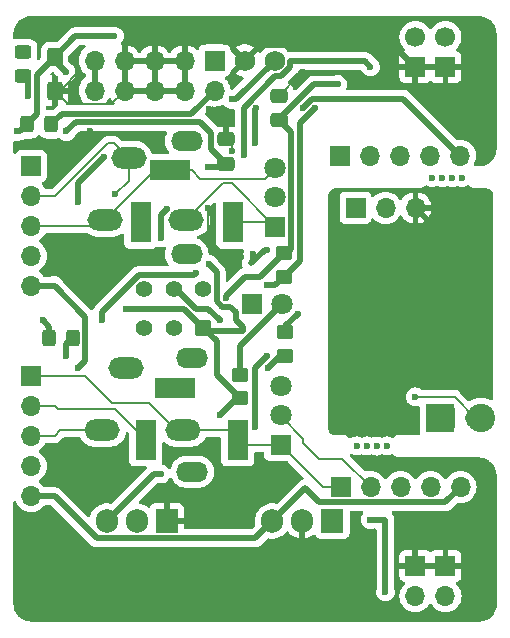
<source format=gbr>
%TF.GenerationSoftware,KiCad,Pcbnew,8.0.4*%
%TF.CreationDate,2024-08-25T20:25:00-07:00*%
%TF.ProjectId,Croissant_Offset,43726f69-7373-4616-9e74-5f4f66667365,rev?*%
%TF.SameCoordinates,Original*%
%TF.FileFunction,Copper,L2,Bot*%
%TF.FilePolarity,Positive*%
%FSLAX46Y46*%
G04 Gerber Fmt 4.6, Leading zero omitted, Abs format (unit mm)*
G04 Created by KiCad (PCBNEW 8.0.4) date 2024-08-25 20:25:00*
%MOMM*%
%LPD*%
G01*
G04 APERTURE LIST*
G04 Aperture macros list*
%AMRoundRect*
0 Rectangle with rounded corners*
0 $1 Rounding radius*
0 $2 $3 $4 $5 $6 $7 $8 $9 X,Y pos of 4 corners*
0 Add a 4 corners polygon primitive as box body*
4,1,4,$2,$3,$4,$5,$6,$7,$8,$9,$2,$3,0*
0 Add four circle primitives for the rounded corners*
1,1,$1+$1,$2,$3*
1,1,$1+$1,$4,$5*
1,1,$1+$1,$6,$7*
1,1,$1+$1,$8,$9*
0 Add four rect primitives between the rounded corners*
20,1,$1+$1,$2,$3,$4,$5,0*
20,1,$1+$1,$4,$5,$6,$7,0*
20,1,$1+$1,$6,$7,$8,$9,0*
20,1,$1+$1,$8,$9,$2,$3,0*%
G04 Aperture macros list end*
%TA.AperFunction,ComponentPad*%
%ADD10R,1.700000X1.700000*%
%TD*%
%TA.AperFunction,ComponentPad*%
%ADD11O,1.700000X1.700000*%
%TD*%
%TA.AperFunction,ComponentPad*%
%ADD12R,1.800000X1.800000*%
%TD*%
%TA.AperFunction,ComponentPad*%
%ADD13C,1.800000*%
%TD*%
%TA.AperFunction,ComponentPad*%
%ADD14R,1.905000X2.000000*%
%TD*%
%TA.AperFunction,ComponentPad*%
%ADD15O,1.905000X2.000000*%
%TD*%
%TA.AperFunction,ComponentPad*%
%ADD16RoundRect,0.250000X-0.620000X-0.620000X0.620000X-0.620000X0.620000X0.620000X-0.620000X0.620000X0*%
%TD*%
%TA.AperFunction,ComponentPad*%
%ADD17C,1.740000*%
%TD*%
%TA.AperFunction,ComponentPad*%
%ADD18R,1.800000X3.500000*%
%TD*%
%TA.AperFunction,ComponentPad*%
%ADD19R,3.500000X1.800000*%
%TD*%
%TA.AperFunction,ComponentPad*%
%ADD20O,2.700000X1.700000*%
%TD*%
%TA.AperFunction,ComponentPad*%
%ADD21C,1.700000*%
%TD*%
%TA.AperFunction,ComponentPad*%
%ADD22R,2.400000X2.400000*%
%TD*%
%TA.AperFunction,ComponentPad*%
%ADD23C,2.400000*%
%TD*%
%TA.AperFunction,ComponentPad*%
%ADD24RoundRect,0.250000X0.450000X0.450000X-0.450000X0.450000X-0.450000X-0.450000X0.450000X-0.450000X0*%
%TD*%
%TA.AperFunction,ComponentPad*%
%ADD25C,1.400000*%
%TD*%
%TA.AperFunction,ComponentPad*%
%ADD26O,3.000000X1.800000*%
%TD*%
%TA.AperFunction,SMDPad,CuDef*%
%ADD27RoundRect,0.250000X0.325000X0.450000X-0.325000X0.450000X-0.325000X-0.450000X0.325000X-0.450000X0*%
%TD*%
%TA.AperFunction,SMDPad,CuDef*%
%ADD28RoundRect,0.250000X0.475000X-0.337500X0.475000X0.337500X-0.475000X0.337500X-0.475000X-0.337500X0*%
%TD*%
%TA.AperFunction,SMDPad,CuDef*%
%ADD29RoundRect,0.250000X-0.425000X0.537500X-0.425000X-0.537500X0.425000X-0.537500X0.425000X0.537500X0*%
%TD*%
%TA.AperFunction,SMDPad,CuDef*%
%ADD30RoundRect,0.250000X-0.450000X0.325000X-0.450000X-0.325000X0.450000X-0.325000X0.450000X0.325000X0*%
%TD*%
%TA.AperFunction,SMDPad,CuDef*%
%ADD31RoundRect,0.250000X-0.325000X-0.450000X0.325000X-0.450000X0.325000X0.450000X-0.325000X0.450000X0*%
%TD*%
%TA.AperFunction,SMDPad,CuDef*%
%ADD32RoundRect,0.250000X-0.450000X0.350000X-0.450000X-0.350000X0.450000X-0.350000X0.450000X0.350000X0*%
%TD*%
%TA.AperFunction,SMDPad,CuDef*%
%ADD33RoundRect,0.250000X0.450000X-0.350000X0.450000X0.350000X-0.450000X0.350000X-0.450000X-0.350000X0*%
%TD*%
%TA.AperFunction,SMDPad,CuDef*%
%ADD34RoundRect,0.250000X-0.475000X0.337500X-0.475000X-0.337500X0.475000X-0.337500X0.475000X0.337500X0*%
%TD*%
%TA.AperFunction,ViaPad*%
%ADD35C,0.600000*%
%TD*%
%TA.AperFunction,Conductor*%
%ADD36C,0.500000*%
%TD*%
%TA.AperFunction,Conductor*%
%ADD37C,0.200000*%
%TD*%
G04 APERTURE END LIST*
D10*
%TO.P,P2,+12V,+12V*%
%TO.N,+12v bypass*%
X65540000Y-49000000D03*
D11*
X65540000Y-51540000D03*
%TO.P,P2,-12V,-12V*%
%TO.N,-12v bypass*%
X55380000Y-49000000D03*
X55380000Y-51540000D03*
%TO.P,P2,GND,GND*%
%TO.N,Gnd*%
X63000000Y-49000000D03*
X60460000Y-49000000D03*
X57920000Y-49000000D03*
X63000000Y-51540000D03*
X60460000Y-51540000D03*
X57920000Y-51540000D03*
%TD*%
D12*
%TO.P,D6,1,K*%
%TO.N,Gnd*%
X68671500Y-69634025D03*
D13*
%TO.P,D6,2,A*%
%TO.N,Net-(D6-A)*%
X71211500Y-69634025D03*
%TD*%
D14*
%TO.P,U1,1,VI*%
%TO.N,Net-(D5-K)*%
X75510324Y-87983999D03*
D15*
%TO.P,U1,2,GND*%
%TO.N,Gnd*%
X72970324Y-87983999D03*
%TO.P,U1,3,VO*%
%TO.N,+5v*%
X70430324Y-87983999D03*
%TD*%
D10*
%TO.P,J5,1,Pin_1*%
%TO.N,AudioIn*%
X77472723Y-61460000D03*
D11*
%TO.P,J5,2,Pin_2*%
%TO.N,VCC*%
X80012723Y-61460000D03*
%TO.P,J5,3,Pin_3*%
%TO.N,AGnd*%
X82552723Y-61460000D03*
%TD*%
D16*
%TO.P,P1,1,Pin_1*%
%TO.N,+12v bypass*%
X65540000Y-49000000D03*
D17*
%TO.P,P1,2,Pin_2*%
%TO.N,Gnd*%
X68080000Y-49000000D03*
%TO.P,P1,3,Pin_3*%
%TO.N,-12v bypass*%
X70620000Y-49000000D03*
%TD*%
D18*
%TO.P,J4,R*%
%TO.N,Net-(A2-Pin_2)*%
X59718449Y-81100156D03*
D19*
%TO.P,J4,S*%
%TO.N,Net-(A2-Pin_3)*%
X62218449Y-76700156D03*
D18*
%TO.P,J4,T*%
%TO.N,Net-(A2-Pin_1)*%
X67518449Y-81100156D03*
%TD*%
D20*
%TO.P,RV1,*%
%TO.N,*%
X63188260Y-65385027D03*
X63188260Y-55785027D03*
D12*
%TO.P,RV1,1,1*%
%TO.N,Net-(A1-Pin_1)*%
X70688260Y-63085027D03*
D13*
%TO.P,RV1,2,2*%
%TO.N,Net-(A1-Pin_2)*%
X70688260Y-60585027D03*
%TO.P,RV1,3,3*%
%TO.N,Net-(A1-Pin_3)*%
X70688260Y-58085027D03*
%TD*%
D21*
%TO.P,P9,1,Pin_1*%
%TO.N,+12v*%
X85087855Y-46990000D03*
D10*
%TO.P,P9,2,Pin_2*%
%TO.N,Gnd*%
X85087855Y-49530000D03*
%TD*%
D22*
%TO.P,J7,1,Pin_1*%
%TO.N,Out+*%
X84597376Y-79246295D03*
D23*
%TO.P,J7,2,Pin_2*%
%TO.N,Out-*%
X88097376Y-79246295D03*
%TD*%
D10*
%TO.P,P8,1,Pin_1*%
%TO.N,Gnd*%
X82544110Y-91788250D03*
D11*
%TO.P,P8,2,Pin_2*%
%TO.N,-12v*%
X82544110Y-94328250D03*
%TD*%
D10*
%TO.P,P10,1,Pin_1*%
%TO.N,Gnd*%
X85090000Y-91794963D03*
D11*
%TO.P,P10,2,Pin_2*%
%TO.N,-12v*%
X85090000Y-94334963D03*
%TD*%
D10*
%TO.P,A1,1,Pin_1*%
%TO.N,Net-(A1-Pin_1)*%
X76191276Y-57069118D03*
D11*
%TO.P,A1,2,Pin_2*%
%TO.N,Net-(A1-Pin_2)*%
X78731276Y-57069118D03*
%TO.P,A1,3,Pin_3*%
%TO.N,Net-(A1-Pin_3)*%
X81271276Y-57069118D03*
%TO.P,A1,4,Pin_4*%
%TO.N,unconnected-(A1-Pin_4-Pad4)*%
X83811276Y-57069118D03*
%TO.P,A1,5,Pin_5*%
%TO.N,+3.3v*%
X86351276Y-57069118D03*
%TD*%
D21*
%TO.P,P7,1,Pin_1*%
%TO.N,+12v*%
X82541276Y-47000868D03*
D10*
%TO.P,P7,2,Pin_2*%
%TO.N,Gnd*%
X82541276Y-49540868D03*
%TD*%
%TO.P,A4,1,Pin_1*%
%TO.N,Net-(A2-Pin_1)*%
X50000000Y-75714262D03*
D11*
%TO.P,A4,2,Pin_2*%
%TO.N,Net-(A2-Pin_2)*%
X50000000Y-78254262D03*
%TO.P,A4,3,Pin_3*%
%TO.N,Net-(A2-Pin_3)*%
X50000000Y-80794262D03*
%TO.P,A4,4,Pin_4*%
%TO.N,unconnected-(A4-Pin_4-Pad4)*%
X50000000Y-83334262D03*
%TO.P,A4,5,Pin_5*%
%TO.N,+5v*%
X50000000Y-85874262D03*
%TD*%
D10*
%TO.P,A2,1,Pin_1*%
%TO.N,Net-(A2-Pin_1)*%
X76208801Y-85090000D03*
D11*
%TO.P,A2,2,Pin_2*%
%TO.N,Net-(A2-Pin_2)*%
X78748801Y-85090000D03*
%TO.P,A2,3,Pin_3*%
%TO.N,Net-(A2-Pin_3)*%
X81288801Y-85090000D03*
%TO.P,A2,4,Pin_4*%
%TO.N,unconnected-(A2-Pin_4-Pad4)*%
X83828801Y-85090000D03*
%TO.P,A2,5,Pin_5*%
%TO.N,+5v*%
X86368801Y-85090000D03*
%TD*%
D10*
%TO.P,A3,1,Pin_1*%
%TO.N,Net-(A1-Pin_1)*%
X50013691Y-57939292D03*
D11*
%TO.P,A3,2,Pin_2*%
%TO.N,Net-(A1-Pin_2)*%
X50013691Y-60479292D03*
%TO.P,A3,3,Pin_3*%
%TO.N,Net-(A1-Pin_3)*%
X50013691Y-63019292D03*
%TO.P,A3,4,Pin_4*%
%TO.N,unconnected-(A3-Pin_4-Pad4)*%
X50013691Y-65559292D03*
%TO.P,A3,5,Pin_5*%
%TO.N,+3.3v*%
X50013691Y-68099292D03*
%TD*%
D24*
%TO.P,SW1,1,A*%
%TO.N,+12v*%
X64582831Y-71624680D03*
D25*
%TO.P,SW1,2,B*%
%TO.N,+12v clean*%
X62082831Y-71624680D03*
%TO.P,SW1,3,C*%
%TO.N,unconnected-(SW1-C-Pad3)*%
X59582831Y-71624680D03*
%TO.P,SW1,4,A*%
%TO.N,unconnected-(SW1-A-Pad4)*%
X59582831Y-68324680D03*
%TO.P,SW1,5,B*%
%TO.N,-12v clean*%
X62082831Y-68324680D03*
%TO.P,SW1,6,C*%
%TO.N,-12v*%
X64582831Y-68324680D03*
%TD*%
D20*
%TO.P,RV2,*%
%TO.N,*%
X63656922Y-83813864D03*
X63656922Y-74213864D03*
D12*
%TO.P,RV2,1,1*%
%TO.N,Net-(A2-Pin_1)*%
X71156922Y-81513864D03*
D13*
%TO.P,RV2,2,2*%
%TO.N,Net-(A2-Pin_2)*%
X71156922Y-79013864D03*
%TO.P,RV2,3,3*%
%TO.N,Net-(A2-Pin_3)*%
X71156922Y-76513864D03*
%TD*%
D14*
%TO.P,U2,1,GND*%
%TO.N,Gnd*%
X61503159Y-87983999D03*
D15*
%TO.P,U2,2,VO*%
%TO.N,+3.3v*%
X58963159Y-87983999D03*
%TO.P,U2,3,VI*%
%TO.N,+12v*%
X56423159Y-87983999D03*
%TD*%
D26*
%TO.P,J1,R*%
%TO.N,Net-(A1-Pin_2)*%
X58251109Y-57209364D03*
%TO.P,J1,S*%
%TO.N,Net-(A1-Pin_3)*%
X56297109Y-62509364D03*
%TO.P,J1,T*%
%TO.N,Net-(A1-Pin_1)*%
X63155109Y-62509364D03*
%TD*%
D18*
%TO.P,J3,R*%
%TO.N,Net-(A1-Pin_2)*%
X59292981Y-62697583D03*
D19*
%TO.P,J3,S*%
%TO.N,Net-(A1-Pin_3)*%
X61792981Y-58297583D03*
D18*
%TO.P,J3,T*%
%TO.N,Net-(A1-Pin_1)*%
X67092981Y-62697583D03*
%TD*%
D26*
%TO.P,J2,R*%
%TO.N,Net-(A2-Pin_2)*%
X58000000Y-75000000D03*
%TO.P,J2,S*%
%TO.N,Net-(A2-Pin_3)*%
X56046000Y-80300000D03*
%TO.P,J2,T*%
%TO.N,Net-(A2-Pin_1)*%
X62904000Y-80300000D03*
%TD*%
D10*
%TO.P,J6,1,Pin_1*%
%TO.N,Out+*%
X85090000Y-79240686D03*
D11*
%TO.P,J6,2,Pin_2*%
%TO.N,Out-*%
X87630000Y-79240686D03*
%TD*%
D27*
%TO.P,D5,1,K*%
%TO.N,Net-(D5-K)*%
X53569020Y-72460861D03*
%TO.P,D5,2,A*%
%TO.N,+12v*%
X51519020Y-72460861D03*
%TD*%
D28*
%TO.P,C2,1*%
%TO.N,+12v clean*%
X71000000Y-54037500D03*
%TO.P,C2,2*%
%TO.N,Gnd*%
X71000000Y-51962500D03*
%TD*%
D29*
%TO.P,C1,1*%
%TO.N,+12v clean*%
X51995534Y-48684028D03*
%TO.P,C1,2*%
%TO.N,Gnd*%
X51995534Y-51559028D03*
%TD*%
D30*
%TO.P,D3,1,K*%
%TO.N,-12v bypass*%
X49342599Y-48248883D03*
%TO.P,D3,2,A*%
%TO.N,-12v clean*%
X49342599Y-50298883D03*
%TD*%
D31*
%TO.P,D2,1,K*%
%TO.N,+12v clean*%
X49656664Y-54405004D03*
%TO.P,D2,2,A*%
%TO.N,+12v bypass*%
X51706664Y-54405004D03*
%TD*%
D32*
%TO.P,R3,1*%
%TO.N,Net-(D6-A)*%
X67718449Y-75600156D03*
%TO.P,R3,2*%
%TO.N,+12v*%
X67718449Y-77600156D03*
%TD*%
D33*
%TO.P,R1,1*%
%TO.N,+12v bypass*%
X71378594Y-67309837D03*
%TO.P,R1,2*%
%TO.N,+12v clean*%
X71378594Y-65309837D03*
%TD*%
D32*
%TO.P,R2,1*%
%TO.N,-12v bypass*%
X71506398Y-72015774D03*
%TO.P,R2,2*%
%TO.N,-12v clean*%
X71506398Y-74015774D03*
%TD*%
D34*
%TO.P,C4,1*%
%TO.N,Gnd*%
X66507112Y-55678562D03*
%TO.P,C4,2*%
%TO.N,-12v clean*%
X66507112Y-57753562D03*
%TD*%
D35*
%TO.N,*%
X84788701Y-58912857D03*
X77562583Y-81617045D03*
X86491374Y-58912857D03*
X80126801Y-81625211D03*
X78424128Y-81625211D03*
X79265257Y-81633378D03*
X85629830Y-58921024D03*
X83927156Y-58904691D03*
%TO.N,+12v*%
X65056171Y-66250001D03*
X51000000Y-71000000D03*
X68000000Y-57000000D03*
X78740000Y-49530000D03*
X58000000Y-70000000D03*
X66000000Y-79000000D03*
X61000000Y-84000000D03*
%TO.N,Gnd*%
X52000000Y-65000000D03*
X73000000Y-50000000D03*
X54000000Y-86000000D03*
X67000000Y-67000000D03*
X64992981Y-61520019D03*
X55000000Y-55000000D03*
X65070331Y-53070331D03*
X52000000Y-59000000D03*
X66986471Y-56666062D03*
X55000000Y-65000000D03*
X54000000Y-50000000D03*
X56000000Y-84000000D03*
%TO.N,-12v*%
X70000000Y-74000000D03*
X69000000Y-80000000D03*
X78740000Y-87860082D03*
X80010000Y-93980000D03*
%TO.N,Net-(A1-Pin_2)*%
X57150000Y-60325000D03*
%TO.N,Net-(D5-K)*%
X53000000Y-74000000D03*
%TO.N,+3.3v*%
X73000000Y-53000000D03*
X56168389Y-57168389D03*
X54000000Y-61000000D03*
X54000000Y-75000000D03*
X51973601Y-68063936D03*
%TO.N,+12v bypass*%
X70000000Y-68000000D03*
X64000000Y-67000000D03*
X74030331Y-53030331D03*
X56000000Y-71000000D03*
%TO.N,-12v bypass*%
X68775592Y-65347583D03*
X69030331Y-53030331D03*
X70000000Y-65000000D03*
X72561500Y-70438500D03*
X67000000Y-52290000D03*
X69000000Y-56000000D03*
%TO.N,+12v clean*%
X75950000Y-51020000D03*
X53000000Y-50000000D03*
X66482831Y-69074680D03*
X57043725Y-46930000D03*
X48800000Y-55000000D03*
%TO.N,-12v clean*%
X53000000Y-55000000D03*
X61523569Y-61562829D03*
X70030331Y-75030331D03*
X66000000Y-71000000D03*
X49742599Y-52000000D03*
X61000000Y-64000000D03*
X65000000Y-58000000D03*
%TO.N,AGnd*%
X83820000Y-64770000D03*
X77470000Y-78740000D03*
X85090000Y-72390000D03*
X82550000Y-64770000D03*
X81280000Y-68580000D03*
%TO.N,Out-*%
X82550000Y-77470000D03*
%TD*%
D36*
%TO.N,+12v*%
X61000000Y-84000000D02*
X60407158Y-84000000D01*
X67321500Y-70321500D02*
X67321500Y-70984025D01*
X78270000Y-49060000D02*
X78740000Y-49530000D01*
X71166762Y-50320000D02*
X71940000Y-49546762D01*
X64582831Y-71624680D02*
X65726922Y-72768771D01*
X67399844Y-77600156D02*
X66000000Y-79000000D01*
X51519020Y-72460861D02*
X51519020Y-71519020D01*
X64885938Y-71927787D02*
X64582831Y-71624680D01*
X67718449Y-77600156D02*
X67399844Y-77600156D01*
X51519020Y-71519020D02*
X51000000Y-71000000D01*
X65732831Y-69385341D02*
X66172170Y-69824680D01*
X65726922Y-75608629D02*
X67718449Y-77600156D01*
X58000000Y-70000000D02*
X62958151Y-70000000D01*
X77000000Y-49060000D02*
X78270000Y-49060000D01*
X68000000Y-53000000D02*
X70680000Y-50320000D01*
X65056171Y-66250001D02*
X65732831Y-66926661D01*
X65732831Y-66926661D02*
X65732831Y-69385341D01*
X68000000Y-57000000D02*
X68000000Y-53000000D01*
X67321500Y-70984025D02*
X67927787Y-71590312D01*
X70680000Y-50320000D02*
X71166762Y-50320000D01*
X71940000Y-49060000D02*
X77000000Y-49060000D01*
X66172170Y-69824680D02*
X66824680Y-69824680D01*
X60407158Y-84000000D02*
X56423159Y-87983999D01*
X62958151Y-70000000D02*
X64582831Y-71624680D01*
X66824680Y-69824680D02*
X67321500Y-70321500D01*
X65726922Y-72768771D02*
X65726922Y-75608629D01*
X67927787Y-71590312D02*
X67927787Y-71927787D01*
X67927787Y-71927787D02*
X64885938Y-71927787D01*
X71940000Y-49546762D02*
X71940000Y-49060000D01*
%TO.N,Gnd*%
X69400000Y-47680000D02*
X80680408Y-47680000D01*
X66507112Y-55678562D02*
X66507112Y-54507112D01*
X66507112Y-54507112D02*
X65070331Y-53070331D01*
X55000000Y-56000000D02*
X55000000Y-55000000D01*
D37*
X64992981Y-64000000D02*
X64992981Y-61520019D01*
X51995534Y-51559028D02*
X52440972Y-51559028D01*
X53126506Y-52690000D02*
X56770000Y-52690000D01*
X67000000Y-66007019D02*
X64992981Y-64000000D01*
X66986471Y-56157921D02*
X66507112Y-55678562D01*
X72962500Y-50000000D02*
X73000000Y-50000000D01*
D36*
X80680408Y-47680000D02*
X82541276Y-49540868D01*
X68080000Y-49000000D02*
X69400000Y-47680000D01*
D37*
X56770000Y-52690000D02*
X57920000Y-51540000D01*
X52440972Y-51559028D02*
X54000000Y-50000000D01*
D36*
X85087855Y-49530000D02*
X82552144Y-49530000D01*
X52000000Y-59000000D02*
X55000000Y-56000000D01*
X55000000Y-65000000D02*
X52000000Y-65000000D01*
D37*
X67000000Y-67000000D02*
X67000000Y-66007019D01*
X71000000Y-51962500D02*
X72962500Y-50000000D01*
X66986471Y-56666062D02*
X66986471Y-56157921D01*
D36*
X54000000Y-86000000D02*
X56000000Y-84000000D01*
D37*
X51995534Y-51559028D02*
X53126506Y-52690000D01*
D36*
%TO.N,-12v*%
X80010000Y-93980000D02*
X80010000Y-87860082D01*
X69000000Y-80000000D02*
X69000000Y-75000000D01*
X69000000Y-75000000D02*
X70000000Y-74000000D01*
X80010000Y-87860082D02*
X78740000Y-87860082D01*
D37*
%TO.N,Net-(A1-Pin_1)*%
X67003233Y-59400000D02*
X70688260Y-63085027D01*
X70300816Y-62697583D02*
X70688260Y-63085027D01*
X67092981Y-62697583D02*
X70300816Y-62697583D01*
X63155109Y-62509364D02*
X66264473Y-59400000D01*
X66264473Y-59400000D02*
X67003233Y-59400000D01*
%TO.N,Net-(A1-Pin_3)*%
X60508890Y-58297583D02*
X61792981Y-58297583D01*
X56297109Y-62509364D02*
X60508890Y-58297583D01*
X50013691Y-63019292D02*
X55787181Y-63019292D01*
X61792981Y-58297583D02*
X63638147Y-58297583D01*
X55787181Y-63019292D02*
X56297109Y-62509364D01*
X64340564Y-59000000D02*
X69773287Y-59000000D01*
X63638147Y-58297583D02*
X64340564Y-59000000D01*
X69773287Y-59000000D02*
X70688260Y-58085027D01*
%TO.N,Net-(A1-Pin_2)*%
X56488249Y-56000000D02*
X57041745Y-56000000D01*
X52008957Y-60479292D02*
X56488249Y-56000000D01*
X57150000Y-60325000D02*
X58251109Y-59223891D01*
X50013691Y-60479292D02*
X52008957Y-60479292D01*
X57041745Y-56000000D02*
X58251109Y-57209364D01*
X58251109Y-59223891D02*
X58251109Y-57209364D01*
%TO.N,Net-(A2-Pin_2)*%
X73050106Y-81340567D02*
X74404098Y-82694559D01*
X75295674Y-82704447D02*
X76363248Y-82704447D01*
X57118293Y-78500000D02*
X52241004Y-78500000D01*
X50000000Y-78254262D02*
X51995266Y-78254262D01*
X52241004Y-78500000D02*
X51995266Y-78254262D01*
X73050106Y-81007100D02*
X73050106Y-81340567D01*
X75285786Y-82694559D02*
X75295674Y-82704447D01*
X71156922Y-79113916D02*
X73050106Y-81007100D01*
X71156922Y-79013864D02*
X71156922Y-79113916D01*
X76363248Y-82704447D02*
X78748801Y-85090000D01*
X59718449Y-81100156D02*
X57118293Y-78500000D01*
X74404098Y-82694559D02*
X75285786Y-82694559D01*
%TO.N,Net-(A2-Pin_3)*%
X50000000Y-80794262D02*
X51995266Y-80794262D01*
X51995266Y-80794262D02*
X52489528Y-80300000D01*
X52489528Y-80300000D02*
X56046000Y-80300000D01*
%TO.N,Net-(A2-Pin_1)*%
X62304000Y-80300000D02*
X62904000Y-80300000D01*
X54606344Y-75714262D02*
X56892082Y-78000000D01*
X50000000Y-75714262D02*
X54606344Y-75714262D01*
X74733058Y-85090000D02*
X71156922Y-81513864D01*
X62904000Y-80300000D02*
X66718293Y-80300000D01*
X71156922Y-81513864D02*
X67932157Y-81513864D01*
X67932157Y-81513864D02*
X67518449Y-81100156D01*
X60004000Y-78000000D02*
X62304000Y-80300000D01*
X76208801Y-85090000D02*
X74733058Y-85090000D01*
X56892082Y-78000000D02*
X60004000Y-78000000D01*
X66718293Y-80300000D02*
X67518449Y-81100156D01*
D36*
%TO.N,Net-(D5-K)*%
X53000000Y-73029881D02*
X53569020Y-72460861D01*
X53000000Y-74000000D02*
X53000000Y-73029881D01*
%TO.N,+5v*%
X68980324Y-89433999D02*
X55555003Y-89433999D01*
X51995266Y-85874262D02*
X50000000Y-85874262D01*
X55555003Y-89433999D02*
X51995266Y-85874262D01*
X70430324Y-87983999D02*
X68980324Y-89433999D01*
X74413771Y-86390000D02*
X85068801Y-86390000D01*
X70430324Y-87983999D02*
X73219047Y-85195276D01*
X73219047Y-85195276D02*
X74413771Y-86390000D01*
X85068801Y-86390000D02*
X86368801Y-85090000D01*
%TO.N,+3.3v*%
X73750000Y-52250000D02*
X73000000Y-53000000D01*
X56168389Y-57168389D02*
X54000000Y-59336778D01*
X50013691Y-68099292D02*
X52008957Y-68099292D01*
X54000000Y-75000000D02*
X54594020Y-74405980D01*
X54594020Y-74405980D02*
X54594020Y-70684355D01*
X81532158Y-52250000D02*
X86351276Y-57069118D01*
X73750000Y-52250000D02*
X81532158Y-52250000D01*
X54594020Y-70684355D02*
X52008957Y-68099292D01*
X54000000Y-59336778D02*
X54000000Y-61000000D01*
%TO.N,+12v bypass*%
X72744801Y-54315861D02*
X72744801Y-65943630D01*
X63554973Y-53525027D02*
X65540000Y-51540000D01*
X70000000Y-68000000D02*
X70688431Y-68000000D01*
X59106485Y-67174680D02*
X63825320Y-67174680D01*
X56000000Y-71000000D02*
X56000000Y-70281165D01*
X74030331Y-53030331D02*
X72744801Y-54315861D01*
X63825320Y-67174680D02*
X64000000Y-67000000D01*
X52586641Y-53525027D02*
X63554973Y-53525027D01*
X51706664Y-54405004D02*
X52586641Y-53525027D01*
X70688431Y-68000000D02*
X71378594Y-67309837D01*
X72744801Y-65943630D02*
X71378594Y-67309837D01*
X56000000Y-70281165D02*
X59106485Y-67174680D01*
%TO.N,-12v bypass*%
X68775592Y-65347583D02*
X68775592Y-66000461D01*
X71506398Y-71493602D02*
X72561500Y-70438500D01*
X69000000Y-56000000D02*
X69000000Y-53060662D01*
X55380000Y-51540000D02*
X55380000Y-49000000D01*
X67000000Y-52290000D02*
X67330000Y-52290000D01*
X68775592Y-66000461D02*
X68598724Y-66177329D01*
X55380000Y-51540000D02*
X55540000Y-51540000D01*
X70000000Y-65000000D02*
X69776053Y-65000000D01*
X71506398Y-72015774D02*
X71506398Y-71493602D01*
X69776053Y-65000000D02*
X68598724Y-66177329D01*
X69000000Y-53060662D02*
X69030331Y-53030331D01*
X67330000Y-52290000D02*
X70620000Y-49000000D01*
%TO.N,+12v clean*%
X49061668Y-55000000D02*
X49656664Y-54405004D01*
X50492599Y-50186963D02*
X51995534Y-48684028D01*
X73919339Y-51020000D02*
X75950000Y-51020000D01*
X71000000Y-53939339D02*
X73919339Y-51020000D01*
X48800000Y-55000000D02*
X49061668Y-55000000D01*
X49656664Y-54343336D02*
X50492599Y-53507401D01*
X72044801Y-64955199D02*
X72044801Y-55082301D01*
X68105502Y-67327329D02*
X69361102Y-67327329D01*
X51995534Y-48995534D02*
X53000000Y-50000000D01*
X69361102Y-67327329D02*
X71378594Y-65309837D01*
X71000000Y-54037500D02*
X71000000Y-53939339D01*
X72044801Y-55082301D02*
X71000000Y-54037500D01*
X49656664Y-54405004D02*
X49656664Y-54343336D01*
X50492599Y-53507401D02*
X50492599Y-50186963D01*
X71378594Y-65309837D02*
X71690163Y-65309837D01*
X66482831Y-68950000D02*
X68105502Y-67327329D01*
X53749562Y-46930000D02*
X51995534Y-48684028D01*
X71690163Y-65309837D02*
X72044801Y-64955199D01*
X51995534Y-48684028D02*
X51995534Y-48995534D01*
X66482831Y-69074680D02*
X66482831Y-68950000D01*
X57043725Y-46930000D02*
X53749562Y-46930000D01*
%TO.N,-12v clean*%
X65000000Y-58000000D02*
X66260674Y-58000000D01*
X71506398Y-74015774D02*
X71044888Y-74015774D01*
X65258260Y-56504710D02*
X65258260Y-55138854D01*
X49742599Y-50698883D02*
X49342599Y-50298883D01*
X65258260Y-55138854D02*
X64344433Y-54225027D01*
X62272781Y-68324680D02*
X62082831Y-68324680D01*
X61000000Y-62086398D02*
X61523569Y-61562829D01*
X71044888Y-74015774D02*
X70030331Y-75030331D01*
X63948101Y-70000000D02*
X62272781Y-68324680D01*
X66507112Y-57753562D02*
X65258260Y-56504710D01*
X71506398Y-74015774D02*
X71015774Y-74015774D01*
X53774973Y-54225027D02*
X53000000Y-55000000D01*
X66260674Y-58000000D02*
X66507112Y-57753562D01*
X54092701Y-54225027D02*
X53774973Y-54225027D01*
X49742599Y-52000000D02*
X49742599Y-50698883D01*
X64344433Y-54225027D02*
X54092701Y-54225027D01*
X61000000Y-64000000D02*
X61000000Y-62086398D01*
X71506398Y-74015774D02*
X71076436Y-74015774D01*
X65000000Y-70000000D02*
X63948101Y-70000000D01*
X66000000Y-71000000D02*
X65000000Y-70000000D01*
%TO.N,Net-(D6-A)*%
X71211500Y-69634025D02*
X67718449Y-73127076D01*
X67718449Y-73127076D02*
X67718449Y-75600156D01*
%TO.N,AGnd*%
X83820000Y-62727277D02*
X83820000Y-64770000D01*
D37*
X77470000Y-78740000D02*
X83820000Y-72390000D01*
D36*
X82550000Y-64770000D02*
X82550000Y-67310000D01*
D37*
X83820000Y-72390000D02*
X85090000Y-72390000D01*
D36*
X82550000Y-67310000D02*
X81280000Y-68580000D01*
D37*
X85090000Y-72390000D02*
X81280000Y-68580000D01*
D36*
X82552723Y-61460000D02*
X83820000Y-62727277D01*
D37*
%TO.N,Out-*%
X82550000Y-77470000D02*
X85859314Y-77470000D01*
X85859314Y-77470000D02*
X87630000Y-79240686D01*
%TD*%
%TA.AperFunction,Conductor*%
%TO.N,AGnd*%
G36*
X87085312Y-59570678D02*
G01*
X87104893Y-59586624D01*
X87130743Y-59612477D01*
X87130746Y-59612479D01*
X87130745Y-59612479D01*
X87246828Y-59690057D01*
X87286087Y-59716294D01*
X87458698Y-59787814D01*
X87641939Y-59824287D01*
X87641938Y-59824287D01*
X87641944Y-59824288D01*
X87735237Y-59824298D01*
X87735348Y-59824331D01*
X87735349Y-59824299D01*
X88549099Y-59825146D01*
X88550301Y-59825225D01*
X88557691Y-59825224D01*
X88557696Y-59825226D01*
X88616622Y-59825224D01*
X88630502Y-59826002D01*
X88720855Y-59836181D01*
X88747926Y-59842360D01*
X88827120Y-59870070D01*
X88852138Y-59882118D01*
X88923188Y-59926761D01*
X88944898Y-59944074D01*
X89004225Y-60003401D01*
X89021538Y-60025111D01*
X89066181Y-60096161D01*
X89078229Y-60121179D01*
X89105939Y-60200373D01*
X89112118Y-60227445D01*
X89122296Y-60317795D01*
X89123075Y-60331678D01*
X89123074Y-60399227D01*
X89123076Y-60399256D01*
X89123076Y-77655489D01*
X89103391Y-77722528D01*
X89050587Y-77768283D01*
X88981429Y-77778227D01*
X88945275Y-77767209D01*
X88720382Y-77658907D01*
X88720384Y-77658907D01*
X88476842Y-77583784D01*
X88476838Y-77583783D01*
X88476834Y-77583782D01*
X88355607Y-77565509D01*
X88224816Y-77545795D01*
X88224811Y-77545795D01*
X87969941Y-77545795D01*
X87969935Y-77545795D01*
X87812985Y-77569452D01*
X87717918Y-77583782D01*
X87717915Y-77583783D01*
X87717909Y-77583784D01*
X87474368Y-77658907D01*
X87244749Y-77769485D01*
X87244741Y-77769490D01*
X87188882Y-77807574D01*
X87122402Y-77829074D01*
X87054852Y-77811219D01*
X87031350Y-77792801D01*
X86346904Y-77108355D01*
X86346902Y-77108352D01*
X86228031Y-76989481D01*
X86228023Y-76989475D01*
X86126250Y-76930717D01*
X86126248Y-76930716D01*
X86091104Y-76910425D01*
X86091103Y-76910424D01*
X86078577Y-76907067D01*
X85938371Y-76869499D01*
X85780257Y-76869499D01*
X85772661Y-76869499D01*
X85772645Y-76869500D01*
X83132412Y-76869500D01*
X83065373Y-76849815D01*
X83055097Y-76842445D01*
X83052263Y-76840185D01*
X83052262Y-76840184D01*
X82995496Y-76804515D01*
X82899523Y-76744211D01*
X82729254Y-76684631D01*
X82729249Y-76684630D01*
X82550004Y-76664435D01*
X82549996Y-76664435D01*
X82370750Y-76684630D01*
X82370745Y-76684631D01*
X82200476Y-76744211D01*
X82047737Y-76840184D01*
X81920184Y-76967737D01*
X81824211Y-77120476D01*
X81764631Y-77290745D01*
X81764630Y-77290750D01*
X81744435Y-77469996D01*
X81744435Y-77470003D01*
X81764630Y-77649249D01*
X81764631Y-77649254D01*
X81824211Y-77819523D01*
X81853068Y-77865448D01*
X81920184Y-77972262D01*
X82047738Y-78099816D01*
X82200478Y-78195789D01*
X82357896Y-78250872D01*
X82370745Y-78255368D01*
X82370750Y-78255369D01*
X82549996Y-78275565D01*
X82550000Y-78275565D01*
X82550004Y-78275565D01*
X82729249Y-78255369D01*
X82729250Y-78255368D01*
X82729255Y-78255368D01*
X82731921Y-78254434D01*
X82733753Y-78254341D01*
X82736037Y-78253820D01*
X82736128Y-78254220D01*
X82801699Y-78250872D01*
X82862326Y-78285600D01*
X82894554Y-78347593D01*
X82896876Y-78371476D01*
X82896876Y-80494165D01*
X82896877Y-80494171D01*
X82904114Y-80561491D01*
X82901317Y-80561791D01*
X82898282Y-80618252D01*
X82857407Y-80674917D01*
X82792384Y-80700488D01*
X82781383Y-80700980D01*
X81288919Y-80701359D01*
X81186565Y-80701359D01*
X81003298Y-80737813D01*
X81003290Y-80737815D01*
X80830656Y-80809321D01*
X80830643Y-80809328D01*
X80675280Y-80913139D01*
X80670573Y-80917003D01*
X80669437Y-80915619D01*
X80615509Y-80945054D01*
X80545818Y-80940057D01*
X80523201Y-80928877D01*
X80476324Y-80899422D01*
X80306055Y-80839842D01*
X80306050Y-80839841D01*
X80126805Y-80819646D01*
X80126797Y-80819646D01*
X79947551Y-80839841D01*
X79947538Y-80839844D01*
X79777281Y-80899420D01*
X79755500Y-80913106D01*
X79688263Y-80932105D01*
X79623558Y-80913105D01*
X79614779Y-80907588D01*
X79614775Y-80907587D01*
X79444519Y-80848011D01*
X79444506Y-80848008D01*
X79265261Y-80827813D01*
X79265253Y-80827813D01*
X79086007Y-80848008D01*
X79085994Y-80848011D01*
X78915735Y-80907588D01*
X78909463Y-80910609D01*
X78908726Y-80909079D01*
X78849905Y-80925690D01*
X78785222Y-80906692D01*
X78773651Y-80899422D01*
X78773649Y-80899421D01*
X78603390Y-80839844D01*
X78603377Y-80839841D01*
X78424132Y-80819646D01*
X78424124Y-80819646D01*
X78244878Y-80839841D01*
X78244865Y-80839844D01*
X78074606Y-80899421D01*
X78065821Y-80904941D01*
X77998583Y-80923939D01*
X77933880Y-80904938D01*
X77912107Y-80891256D01*
X77741837Y-80831676D01*
X77741832Y-80831675D01*
X77562587Y-80811480D01*
X77562579Y-80811480D01*
X77383333Y-80831675D01*
X77383328Y-80831676D01*
X77213057Y-80891257D01*
X77110017Y-80956001D01*
X77042780Y-80975001D01*
X76975945Y-80954633D01*
X76956366Y-80938690D01*
X76946553Y-80928877D01*
X76930822Y-80913146D01*
X76930816Y-80913142D01*
X76775447Y-80809327D01*
X76602809Y-80737818D01*
X76602803Y-80737816D01*
X76419537Y-80701362D01*
X76419535Y-80701362D01*
X76326973Y-80701362D01*
X76326660Y-80701361D01*
X76324668Y-80701355D01*
X75753665Y-80699713D01*
X75750480Y-80699500D01*
X75685354Y-80699500D01*
X75671469Y-80698720D01*
X75581125Y-80688538D01*
X75554055Y-80682359D01*
X75474853Y-80654643D01*
X75449837Y-80642595D01*
X75378791Y-80597953D01*
X75357082Y-80580641D01*
X75355968Y-80579527D01*
X75297748Y-80521305D01*
X75280439Y-80499599D01*
X75235800Y-80428555D01*
X75223753Y-80403539D01*
X75196037Y-80324332D01*
X75189858Y-80297259D01*
X75179656Y-80206705D01*
X75178876Y-80192823D01*
X75178876Y-60562135D01*
X76122223Y-60562135D01*
X76122223Y-62357870D01*
X76122224Y-62357876D01*
X76128631Y-62417483D01*
X76178925Y-62552328D01*
X76178929Y-62552335D01*
X76265175Y-62667544D01*
X76265178Y-62667547D01*
X76380387Y-62753793D01*
X76380394Y-62753797D01*
X76515240Y-62804091D01*
X76515239Y-62804091D01*
X76522167Y-62804835D01*
X76574850Y-62810500D01*
X78370595Y-62810499D01*
X78430206Y-62804091D01*
X78565054Y-62753796D01*
X78680269Y-62667546D01*
X78766519Y-62552331D01*
X78815533Y-62420916D01*
X78857404Y-62364984D01*
X78922868Y-62340566D01*
X78991141Y-62355417D01*
X79019396Y-62376569D01*
X79141322Y-62498495D01*
X79238107Y-62566265D01*
X79334888Y-62634032D01*
X79334890Y-62634033D01*
X79334893Y-62634035D01*
X79549060Y-62733903D01*
X79777315Y-62795063D01*
X79953757Y-62810500D01*
X80012722Y-62815659D01*
X80012723Y-62815659D01*
X80012724Y-62815659D01*
X80071689Y-62810500D01*
X80248131Y-62795063D01*
X80476386Y-62733903D01*
X80690553Y-62634035D01*
X80884124Y-62498495D01*
X81051218Y-62331401D01*
X81181453Y-62145405D01*
X81236030Y-62101781D01*
X81305528Y-62094587D01*
X81367883Y-62126110D01*
X81384602Y-62145405D01*
X81514613Y-62331078D01*
X81681640Y-62498105D01*
X81875144Y-62633600D01*
X82089230Y-62733429D01*
X82089239Y-62733433D01*
X82302723Y-62790634D01*
X82302723Y-61893012D01*
X82359730Y-61925925D01*
X82486897Y-61960000D01*
X82618549Y-61960000D01*
X82745716Y-61925925D01*
X82802723Y-61893012D01*
X82802723Y-62790633D01*
X83016206Y-62733433D01*
X83016215Y-62733429D01*
X83230301Y-62633600D01*
X83423805Y-62498105D01*
X83590828Y-62331082D01*
X83726323Y-62137578D01*
X83826152Y-61923492D01*
X83826155Y-61923486D01*
X83883359Y-61710000D01*
X82985735Y-61710000D01*
X83018648Y-61652993D01*
X83052723Y-61525826D01*
X83052723Y-61394174D01*
X83018648Y-61267007D01*
X82985735Y-61210000D01*
X83883359Y-61210000D01*
X83883358Y-61209999D01*
X83826155Y-60996513D01*
X83826152Y-60996507D01*
X83726323Y-60782422D01*
X83726322Y-60782420D01*
X83590836Y-60588926D01*
X83590831Y-60588920D01*
X83423805Y-60421894D01*
X83230301Y-60286399D01*
X83016215Y-60186570D01*
X83016209Y-60186567D01*
X82802723Y-60129364D01*
X82802723Y-61026988D01*
X82745716Y-60994075D01*
X82618549Y-60960000D01*
X82486897Y-60960000D01*
X82359730Y-60994075D01*
X82302723Y-61026988D01*
X82302723Y-60129364D01*
X82302722Y-60129364D01*
X82089236Y-60186567D01*
X82089230Y-60186570D01*
X81875145Y-60286399D01*
X81875143Y-60286400D01*
X81681649Y-60421886D01*
X81681643Y-60421891D01*
X81514614Y-60588920D01*
X81514613Y-60588922D01*
X81384603Y-60774595D01*
X81330026Y-60818219D01*
X81260527Y-60825412D01*
X81198173Y-60793890D01*
X81181453Y-60774594D01*
X81051217Y-60588597D01*
X80884125Y-60421506D01*
X80884118Y-60421501D01*
X80690557Y-60285967D01*
X80690553Y-60285965D01*
X80690551Y-60285964D01*
X80476386Y-60186097D01*
X80476382Y-60186096D01*
X80476378Y-60186094D01*
X80248136Y-60124938D01*
X80248126Y-60124936D01*
X80012724Y-60104341D01*
X80012722Y-60104341D01*
X79777319Y-60124936D01*
X79777309Y-60124938D01*
X79549067Y-60186094D01*
X79549058Y-60186098D01*
X79334894Y-60285964D01*
X79334892Y-60285965D01*
X79141323Y-60421503D01*
X79019396Y-60543430D01*
X78958073Y-60576914D01*
X78888381Y-60571930D01*
X78832448Y-60530058D01*
X78815533Y-60499081D01*
X78766520Y-60367671D01*
X78766516Y-60367664D01*
X78680270Y-60252455D01*
X78680267Y-60252452D01*
X78565058Y-60166206D01*
X78565051Y-60166202D01*
X78430205Y-60115908D01*
X78430206Y-60115908D01*
X78370606Y-60109501D01*
X78370604Y-60109500D01*
X78370596Y-60109500D01*
X78370587Y-60109500D01*
X76574852Y-60109500D01*
X76574846Y-60109501D01*
X76515239Y-60115908D01*
X76380394Y-60166202D01*
X76380387Y-60166206D01*
X76265178Y-60252452D01*
X76265175Y-60252455D01*
X76178929Y-60367664D01*
X76178925Y-60367671D01*
X76128631Y-60502517D01*
X76122224Y-60562116D01*
X76122223Y-60562135D01*
X75178876Y-60562135D01*
X75178876Y-60403210D01*
X75178878Y-60403181D01*
X75178877Y-60390606D01*
X75178879Y-60390604D01*
X75178877Y-60331673D01*
X75179656Y-60317794D01*
X75180675Y-60308748D01*
X75189834Y-60227434D01*
X75196013Y-60200366D01*
X75200841Y-60186570D01*
X75223725Y-60121162D01*
X75235772Y-60096147D01*
X75280419Y-60025088D01*
X75297722Y-60003388D01*
X75357071Y-59944035D01*
X75378767Y-59926734D01*
X75449826Y-59882083D01*
X75474839Y-59870036D01*
X75554050Y-59842317D01*
X75581115Y-59836139D01*
X75671056Y-59826003D01*
X75684943Y-59825223D01*
X75753146Y-59825223D01*
X75753262Y-59825213D01*
X82683908Y-59824304D01*
X82684138Y-59824372D01*
X82735365Y-59824378D01*
X82735365Y-59824379D01*
X82828629Y-59824390D01*
X82828806Y-59824391D01*
X82828806Y-59824390D01*
X82828810Y-59824391D01*
X83012114Y-59787954D01*
X83184785Y-59716452D01*
X83340188Y-59612635D01*
X83346862Y-59605962D01*
X83350938Y-59601887D01*
X83412263Y-59568406D01*
X83481954Y-59573395D01*
X83504586Y-59584581D01*
X83577631Y-59630479D01*
X83747901Y-59690059D01*
X83747906Y-59690060D01*
X83927152Y-59710256D01*
X83927156Y-59710256D01*
X83927160Y-59710256D01*
X84106405Y-59690060D01*
X84106407Y-59690059D01*
X84106411Y-59690059D01*
X84106414Y-59690057D01*
X84106418Y-59690057D01*
X84157456Y-59672197D01*
X84276678Y-59630480D01*
X84285454Y-59624965D01*
X84352688Y-59605962D01*
X84417400Y-59624961D01*
X84439179Y-59638646D01*
X84586103Y-59690057D01*
X84609446Y-59698225D01*
X84609451Y-59698226D01*
X84788697Y-59718422D01*
X84788701Y-59718422D01*
X84788705Y-59718422D01*
X84967950Y-59698226D01*
X84967952Y-59698225D01*
X84967956Y-59698225D01*
X84967959Y-59698223D01*
X84967963Y-59698223D01*
X85019001Y-59680363D01*
X85138223Y-59638646D01*
X85138232Y-59638639D01*
X85144500Y-59635623D01*
X85145240Y-59637160D01*
X85204014Y-59620543D01*
X85268739Y-59639543D01*
X85280306Y-59646812D01*
X85280308Y-59646813D01*
X85450575Y-59706392D01*
X85450580Y-59706393D01*
X85629826Y-59726589D01*
X85629830Y-59726589D01*
X85629834Y-59726589D01*
X85809079Y-59706393D01*
X85809081Y-59706392D01*
X85809085Y-59706392D01*
X85809088Y-59706390D01*
X85809092Y-59706390D01*
X85860130Y-59688530D01*
X85979352Y-59646813D01*
X86001127Y-59633130D01*
X86068361Y-59614129D01*
X86133074Y-59633131D01*
X86141848Y-59638644D01*
X86141849Y-59638644D01*
X86141852Y-59638646D01*
X86288776Y-59690057D01*
X86312119Y-59698225D01*
X86312124Y-59698226D01*
X86491370Y-59718422D01*
X86491374Y-59718422D01*
X86491378Y-59718422D01*
X86670623Y-59698226D01*
X86670626Y-59698225D01*
X86670629Y-59698225D01*
X86840896Y-59638646D01*
X86840900Y-59638644D01*
X86951240Y-59569312D01*
X87018477Y-59550311D01*
X87085312Y-59570678D01*
G37*
%TD.AperFunction*%
%TD*%
%TA.AperFunction,Conductor*%
%TO.N,Gnd*%
G36*
X83901897Y-91544963D02*
G01*
X84656988Y-91544963D01*
X84624075Y-91601970D01*
X84590000Y-91729137D01*
X84590000Y-91860789D01*
X84624075Y-91987956D01*
X84656988Y-92044963D01*
X83755075Y-92044963D01*
X83732213Y-92038250D01*
X82977122Y-92038250D01*
X83010035Y-91981243D01*
X83044110Y-91854076D01*
X83044110Y-91722424D01*
X83010035Y-91595257D01*
X82977122Y-91538250D01*
X83879035Y-91538250D01*
X83901897Y-91544963D01*
G37*
%TD.AperFunction*%
%TA.AperFunction,Conductor*%
G36*
X77163834Y-82312177D02*
G01*
X77170380Y-82316016D01*
X77213058Y-82342833D01*
X77383328Y-82402413D01*
X77383333Y-82402414D01*
X77562579Y-82422610D01*
X77562583Y-82422610D01*
X77562587Y-82422610D01*
X77741832Y-82402414D01*
X77741834Y-82402413D01*
X77741838Y-82402413D01*
X77741841Y-82402411D01*
X77741845Y-82402411D01*
X77812535Y-82377675D01*
X77912105Y-82342834D01*
X77920881Y-82337319D01*
X77988115Y-82318316D01*
X78052827Y-82337315D01*
X78074606Y-82351000D01*
X78218201Y-82401246D01*
X78244873Y-82410579D01*
X78244878Y-82410580D01*
X78424124Y-82430776D01*
X78424128Y-82430776D01*
X78424132Y-82430776D01*
X78603377Y-82410580D01*
X78603379Y-82410579D01*
X78603383Y-82410579D01*
X78603386Y-82410577D01*
X78603390Y-82410577D01*
X78654428Y-82392717D01*
X78773650Y-82351000D01*
X78773659Y-82350993D01*
X78779927Y-82347977D01*
X78780667Y-82349514D01*
X78839441Y-82332897D01*
X78904166Y-82351897D01*
X78913859Y-82357988D01*
X78915735Y-82359167D01*
X79086002Y-82418746D01*
X79086007Y-82418747D01*
X79265253Y-82438943D01*
X79265257Y-82438943D01*
X79265261Y-82438943D01*
X79444506Y-82418747D01*
X79444508Y-82418746D01*
X79444512Y-82418746D01*
X79444515Y-82418744D01*
X79444519Y-82418744D01*
X79495557Y-82400884D01*
X79614779Y-82359167D01*
X79636554Y-82345484D01*
X79703788Y-82326483D01*
X79768501Y-82345485D01*
X79777275Y-82350998D01*
X79777276Y-82350998D01*
X79777279Y-82351000D01*
X79920874Y-82401246D01*
X79947546Y-82410579D01*
X79947551Y-82410580D01*
X80126797Y-82430776D01*
X80126801Y-82430776D01*
X80126805Y-82430776D01*
X80306050Y-82410580D01*
X80306052Y-82410579D01*
X80306056Y-82410579D01*
X80306059Y-82410577D01*
X80306063Y-82410577D01*
X80401788Y-82377080D01*
X80476323Y-82351000D01*
X80492752Y-82340676D01*
X80559987Y-82321675D01*
X80626823Y-82342041D01*
X80646406Y-82357988D01*
X80675273Y-82386855D01*
X80675277Y-82386858D01*
X80830643Y-82490671D01*
X80830656Y-82490678D01*
X80874142Y-82508690D01*
X81003292Y-82562185D01*
X81048170Y-82571111D01*
X81186564Y-82598641D01*
X81186567Y-82598641D01*
X81206037Y-82598641D01*
X81206511Y-82598671D01*
X81214319Y-82598667D01*
X81214324Y-82598669D01*
X81279135Y-82598641D01*
X81279158Y-82598641D01*
X81353810Y-82598641D01*
X81354292Y-82598608D01*
X87909551Y-82595777D01*
X87918426Y-82596092D01*
X88118563Y-82610406D01*
X88136065Y-82612923D01*
X88326965Y-82654450D01*
X88327792Y-82654630D01*
X88344768Y-82659614D01*
X88528614Y-82728185D01*
X88544707Y-82735535D01*
X88716911Y-82829565D01*
X88731794Y-82839129D01*
X88756545Y-82857657D01*
X88811566Y-82898845D01*
X88888873Y-82956715D01*
X88902244Y-82968301D01*
X89040991Y-83107046D01*
X89052576Y-83120417D01*
X89170155Y-83277481D01*
X89179721Y-83292364D01*
X89273761Y-83464582D01*
X89281110Y-83480675D01*
X89302762Y-83538724D01*
X89344445Y-83650478D01*
X89349679Y-83664509D01*
X89354664Y-83681485D01*
X89396373Y-83873213D01*
X89398891Y-83890724D01*
X89413184Y-84090529D01*
X89413500Y-84099375D01*
X89413500Y-84167708D01*
X89413676Y-84170335D01*
X89439273Y-94995451D01*
X89438957Y-95004590D01*
X89424655Y-95204555D01*
X89422137Y-95222067D01*
X89380432Y-95413785D01*
X89375448Y-95430761D01*
X89306877Y-95614605D01*
X89299527Y-95630698D01*
X89205497Y-95802900D01*
X89195932Y-95817784D01*
X89078348Y-95974857D01*
X89066762Y-95988228D01*
X88928017Y-96126972D01*
X88914646Y-96138557D01*
X88757581Y-96256134D01*
X88742697Y-96265700D01*
X88570483Y-96359734D01*
X88554390Y-96367083D01*
X88370552Y-96435650D01*
X88353577Y-96440634D01*
X88161858Y-96482339D01*
X88144345Y-96484857D01*
X87944012Y-96499183D01*
X87935167Y-96499499D01*
X87866303Y-96499499D01*
X87866287Y-96499500D01*
X50004428Y-96499500D01*
X49995582Y-96499184D01*
X49973622Y-96497613D01*
X49795442Y-96484869D01*
X49777931Y-96482351D01*
X49586212Y-96440646D01*
X49569236Y-96435662D01*
X49385390Y-96367090D01*
X49369298Y-96359740D01*
X49197095Y-96265711D01*
X49182210Y-96256146D01*
X49025132Y-96138558D01*
X49011762Y-96126972D01*
X48873027Y-95988237D01*
X48861441Y-95974867D01*
X48861434Y-95974857D01*
X48743849Y-95817784D01*
X48734288Y-95802904D01*
X48640259Y-95630701D01*
X48632909Y-95614609D01*
X48593518Y-95508998D01*
X48564334Y-95430755D01*
X48559355Y-95413797D01*
X48517647Y-95222063D01*
X48515130Y-95204556D01*
X48514779Y-95199652D01*
X48500816Y-95004418D01*
X48500500Y-94995572D01*
X48500500Y-86413458D01*
X48520185Y-86346419D01*
X48572989Y-86300664D01*
X48642147Y-86290720D01*
X48705703Y-86319745D01*
X48736881Y-86361052D01*
X48797198Y-86490402D01*
X48825965Y-86552092D01*
X48825967Y-86552096D01*
X48902280Y-86661081D01*
X48961505Y-86745663D01*
X49128599Y-86912757D01*
X49214566Y-86972952D01*
X49322165Y-87048294D01*
X49322167Y-87048295D01*
X49322170Y-87048297D01*
X49536337Y-87148165D01*
X49764592Y-87209325D01*
X49952918Y-87225801D01*
X49999999Y-87229921D01*
X50000000Y-87229921D01*
X50000001Y-87229921D01*
X50039234Y-87226488D01*
X50235408Y-87209325D01*
X50463663Y-87148165D01*
X50677830Y-87048297D01*
X50871401Y-86912757D01*
X51038495Y-86745663D01*
X51086127Y-86677638D01*
X51140704Y-86634013D01*
X51187701Y-86624762D01*
X51633036Y-86624762D01*
X51700075Y-86644447D01*
X51720717Y-86661081D01*
X55076583Y-90016947D01*
X55076587Y-90016950D01*
X55199501Y-90099079D01*
X55199514Y-90099086D01*
X55336085Y-90155655D01*
X55336090Y-90155657D01*
X55336094Y-90155657D01*
X55336095Y-90155658D01*
X55481082Y-90184499D01*
X55481085Y-90184499D01*
X69054244Y-90184499D01*
X69151786Y-90165095D01*
X69199237Y-90155657D01*
X69335819Y-90099083D01*
X69385053Y-90066185D01*
X69458740Y-90016951D01*
X69990924Y-89484765D01*
X70052245Y-89451282D01*
X70097997Y-89449975D01*
X70315970Y-89484499D01*
X70315971Y-89484499D01*
X70544677Y-89484499D01*
X70544678Y-89484499D01*
X70770569Y-89448721D01*
X70770572Y-89448720D01*
X70770573Y-89448720D01*
X70988079Y-89378048D01*
X70988079Y-89378047D01*
X70988082Y-89378047D01*
X71191862Y-89274216D01*
X71376890Y-89139785D01*
X71538610Y-88978065D01*
X71600316Y-88893133D01*
X71655643Y-88850469D01*
X71725256Y-88844490D01*
X71787051Y-88877095D01*
X71800950Y-88893134D01*
X71862421Y-88977740D01*
X71862421Y-88977741D01*
X72024081Y-89139401D01*
X72209047Y-89273787D01*
X72412753Y-89377581D01*
X72630195Y-89448233D01*
X72720324Y-89462508D01*
X72720324Y-88474746D01*
X72758032Y-88496517D01*
X72897915Y-88533999D01*
X73042733Y-88533999D01*
X73182616Y-88496517D01*
X73220324Y-88474746D01*
X73220324Y-89462507D01*
X73310452Y-89448233D01*
X73527894Y-89377581D01*
X73731600Y-89273787D01*
X73914383Y-89140987D01*
X73980189Y-89117507D01*
X74048243Y-89133332D01*
X74096938Y-89183438D01*
X74103451Y-89197973D01*
X74114025Y-89226325D01*
X74114030Y-89226334D01*
X74200276Y-89341543D01*
X74200279Y-89341546D01*
X74315488Y-89427792D01*
X74315495Y-89427796D01*
X74450341Y-89478090D01*
X74450340Y-89478090D01*
X74457268Y-89478834D01*
X74509951Y-89484499D01*
X76510696Y-89484498D01*
X76570307Y-89478090D01*
X76705155Y-89427795D01*
X76820370Y-89341545D01*
X76906620Y-89226330D01*
X76956915Y-89091482D01*
X76963324Y-89031872D01*
X76963323Y-87264499D01*
X76983008Y-87197461D01*
X77035811Y-87151706D01*
X77087323Y-87140500D01*
X78028142Y-87140500D01*
X78095181Y-87160185D01*
X78140936Y-87212989D01*
X78150880Y-87282147D01*
X78121855Y-87345703D01*
X78115823Y-87352181D01*
X78110184Y-87357819D01*
X78014211Y-87510558D01*
X77954631Y-87680827D01*
X77954630Y-87680832D01*
X77934435Y-87860078D01*
X77934435Y-87860085D01*
X77954630Y-88039331D01*
X77954631Y-88039336D01*
X78014211Y-88209605D01*
X78103121Y-88351103D01*
X78110184Y-88362344D01*
X78237738Y-88489898D01*
X78390478Y-88585871D01*
X78560745Y-88645450D01*
X78560750Y-88645451D01*
X78739996Y-88665647D01*
X78740000Y-88665647D01*
X78740004Y-88665647D01*
X78919249Y-88645451D01*
X78919252Y-88645450D01*
X78919255Y-88645450D01*
X78999017Y-88617539D01*
X79039972Y-88610582D01*
X79135500Y-88610582D01*
X79202539Y-88630267D01*
X79248294Y-88683071D01*
X79259500Y-88734582D01*
X79259500Y-93680028D01*
X79252542Y-93720982D01*
X79224631Y-93800747D01*
X79204435Y-93979996D01*
X79204435Y-93980003D01*
X79224630Y-94159249D01*
X79224631Y-94159254D01*
X79284211Y-94329523D01*
X79380184Y-94482262D01*
X79507738Y-94609816D01*
X79660478Y-94705789D01*
X79830745Y-94765368D01*
X79830750Y-94765369D01*
X80009996Y-94785565D01*
X80010000Y-94785565D01*
X80010004Y-94785565D01*
X80189249Y-94765369D01*
X80189252Y-94765368D01*
X80189255Y-94765368D01*
X80359522Y-94705789D01*
X80512262Y-94609816D01*
X80639816Y-94482262D01*
X80735789Y-94329522D01*
X80736234Y-94328249D01*
X81188451Y-94328249D01*
X81188451Y-94328250D01*
X81209046Y-94563653D01*
X81209048Y-94563663D01*
X81270204Y-94791905D01*
X81270206Y-94791909D01*
X81270207Y-94791913D01*
X81273338Y-94798627D01*
X81370075Y-95006080D01*
X81370077Y-95006084D01*
X81471726Y-95151252D01*
X81505615Y-95199651D01*
X81672709Y-95366745D01*
X81752275Y-95422458D01*
X81866275Y-95502282D01*
X81866277Y-95502283D01*
X81866280Y-95502285D01*
X82080447Y-95602153D01*
X82080453Y-95602154D01*
X82080454Y-95602155D01*
X82105508Y-95608868D01*
X82308702Y-95663313D01*
X82497028Y-95679789D01*
X82544109Y-95683909D01*
X82544110Y-95683909D01*
X82544111Y-95683909D01*
X82583344Y-95680476D01*
X82779518Y-95663313D01*
X83007773Y-95602153D01*
X83221940Y-95502285D01*
X83415511Y-95366745D01*
X83582605Y-95199651D01*
X83713131Y-95013239D01*
X83767705Y-94969617D01*
X83837204Y-94962423D01*
X83899559Y-94993946D01*
X83916277Y-95013239D01*
X84051505Y-95206364D01*
X84218599Y-95373458D01*
X84288578Y-95422458D01*
X84412165Y-95508995D01*
X84412167Y-95508996D01*
X84412170Y-95508998D01*
X84626337Y-95608866D01*
X84854592Y-95670026D01*
X85013272Y-95683909D01*
X85089999Y-95690622D01*
X85090000Y-95690622D01*
X85090001Y-95690622D01*
X85129234Y-95687189D01*
X85325408Y-95670026D01*
X85553663Y-95608866D01*
X85767830Y-95508998D01*
X85961401Y-95373458D01*
X86128495Y-95206364D01*
X86264035Y-95012793D01*
X86363903Y-94798626D01*
X86425063Y-94570371D01*
X86445659Y-94334963D01*
X86425063Y-94099555D01*
X86363903Y-93871300D01*
X86264035Y-93657134D01*
X86259333Y-93650419D01*
X86128496Y-93463563D01*
X86121782Y-93456849D01*
X86006179Y-93341246D01*
X85972696Y-93279926D01*
X85977680Y-93210234D01*
X86019551Y-93154300D01*
X86050529Y-93137385D01*
X86182086Y-93088317D01*
X86182093Y-93088313D01*
X86297187Y-93002153D01*
X86297190Y-93002150D01*
X86383350Y-92887056D01*
X86383354Y-92887049D01*
X86433596Y-92752342D01*
X86433598Y-92752335D01*
X86439999Y-92692807D01*
X86440000Y-92692790D01*
X86440000Y-92044963D01*
X85523012Y-92044963D01*
X85555925Y-91987956D01*
X85590000Y-91860789D01*
X85590000Y-91729137D01*
X85555925Y-91601970D01*
X85523012Y-91544963D01*
X86440000Y-91544963D01*
X86440000Y-90897135D01*
X86439999Y-90897118D01*
X86433598Y-90837590D01*
X86433596Y-90837583D01*
X86383354Y-90702876D01*
X86383350Y-90702869D01*
X86297190Y-90587775D01*
X86297187Y-90587772D01*
X86182093Y-90501612D01*
X86182086Y-90501608D01*
X86047379Y-90451366D01*
X86047372Y-90451364D01*
X85987844Y-90444963D01*
X85340000Y-90444963D01*
X85340000Y-91361951D01*
X85282993Y-91329038D01*
X85155826Y-91294963D01*
X85024174Y-91294963D01*
X84897007Y-91329038D01*
X84840000Y-91361951D01*
X84840000Y-90444963D01*
X84192155Y-90444963D01*
X84132627Y-90451364D01*
X84132620Y-90451366D01*
X83997913Y-90501608D01*
X83997910Y-90501610D01*
X83895849Y-90578013D01*
X83830384Y-90602430D01*
X83762111Y-90587578D01*
X83747227Y-90578013D01*
X83636198Y-90494896D01*
X83636196Y-90494895D01*
X83501489Y-90444653D01*
X83501482Y-90444651D01*
X83441954Y-90438250D01*
X82794110Y-90438250D01*
X82794110Y-91355238D01*
X82737103Y-91322325D01*
X82609936Y-91288250D01*
X82478284Y-91288250D01*
X82351117Y-91322325D01*
X82294110Y-91355238D01*
X82294110Y-90438250D01*
X81646265Y-90438250D01*
X81586737Y-90444651D01*
X81586730Y-90444653D01*
X81452023Y-90494895D01*
X81452016Y-90494899D01*
X81336922Y-90581059D01*
X81336919Y-90581062D01*
X81250759Y-90696156D01*
X81250755Y-90696163D01*
X81200513Y-90830870D01*
X81200511Y-90830877D01*
X81194110Y-90890405D01*
X81194110Y-91538250D01*
X82111098Y-91538250D01*
X82078185Y-91595257D01*
X82044110Y-91722424D01*
X82044110Y-91854076D01*
X82078185Y-91981243D01*
X82111098Y-92038250D01*
X81194110Y-92038250D01*
X81194110Y-92686094D01*
X81200511Y-92745622D01*
X81200513Y-92745629D01*
X81250755Y-92880336D01*
X81250759Y-92880343D01*
X81336919Y-92995437D01*
X81336922Y-92995440D01*
X81452016Y-93081600D01*
X81452023Y-93081604D01*
X81583580Y-93130671D01*
X81639513Y-93172542D01*
X81663931Y-93238006D01*
X81649080Y-93306279D01*
X81627929Y-93334534D01*
X81505613Y-93456850D01*
X81370075Y-93650419D01*
X81370074Y-93650421D01*
X81270208Y-93864585D01*
X81270204Y-93864594D01*
X81209048Y-94092836D01*
X81209046Y-94092846D01*
X81188451Y-94328249D01*
X80736234Y-94328249D01*
X80795368Y-94159255D01*
X80802095Y-94099555D01*
X80815565Y-93980003D01*
X80815565Y-93979996D01*
X80795368Y-93800747D01*
X80795368Y-93800745D01*
X80767458Y-93720982D01*
X80760500Y-93680028D01*
X80760500Y-87786161D01*
X80731659Y-87641174D01*
X80731658Y-87641173D01*
X80731658Y-87641169D01*
X80704405Y-87575374D01*
X80675087Y-87504593D01*
X80675080Y-87504580D01*
X80592951Y-87381666D01*
X80592948Y-87381662D01*
X80563467Y-87352181D01*
X80529982Y-87290858D01*
X80534966Y-87221166D01*
X80576838Y-87165233D01*
X80642302Y-87140816D01*
X80651148Y-87140500D01*
X85142721Y-87140500D01*
X85240263Y-87121096D01*
X85287714Y-87111658D01*
X85424296Y-87055084D01*
X85473530Y-87022186D01*
X85547217Y-86972952D01*
X86057299Y-86462867D01*
X86118620Y-86429384D01*
X86155784Y-86427022D01*
X86298662Y-86439522D01*
X86368800Y-86445659D01*
X86368801Y-86445659D01*
X86368802Y-86445659D01*
X86408035Y-86442226D01*
X86604209Y-86425063D01*
X86832464Y-86363903D01*
X87046631Y-86264035D01*
X87240202Y-86128495D01*
X87407296Y-85961401D01*
X87542836Y-85767830D01*
X87642704Y-85553663D01*
X87703864Y-85325408D01*
X87724460Y-85090000D01*
X87703864Y-84854592D01*
X87642704Y-84626337D01*
X87542836Y-84412171D01*
X87537226Y-84404158D01*
X87407295Y-84218597D01*
X87240203Y-84051506D01*
X87240196Y-84051501D01*
X87046635Y-83915967D01*
X87046631Y-83915965D01*
X87046629Y-83915964D01*
X86832464Y-83816097D01*
X86832460Y-83816096D01*
X86832456Y-83816094D01*
X86604214Y-83754938D01*
X86604204Y-83754936D01*
X86368802Y-83734341D01*
X86368800Y-83734341D01*
X86133397Y-83754936D01*
X86133387Y-83754938D01*
X85905145Y-83816094D01*
X85905136Y-83816098D01*
X85690972Y-83915964D01*
X85690970Y-83915965D01*
X85497398Y-84051505D01*
X85330306Y-84218597D01*
X85200376Y-84404158D01*
X85145799Y-84447783D01*
X85076301Y-84454977D01*
X85013946Y-84423454D01*
X84997226Y-84404158D01*
X84867295Y-84218597D01*
X84700203Y-84051506D01*
X84700196Y-84051501D01*
X84506635Y-83915967D01*
X84506631Y-83915965D01*
X84506629Y-83915964D01*
X84292464Y-83816097D01*
X84292460Y-83816096D01*
X84292456Y-83816094D01*
X84064214Y-83754938D01*
X84064204Y-83754936D01*
X83828802Y-83734341D01*
X83828800Y-83734341D01*
X83593397Y-83754936D01*
X83593387Y-83754938D01*
X83365145Y-83816094D01*
X83365136Y-83816098D01*
X83150972Y-83915964D01*
X83150970Y-83915965D01*
X82957398Y-84051505D01*
X82790306Y-84218597D01*
X82660376Y-84404158D01*
X82605799Y-84447783D01*
X82536301Y-84454977D01*
X82473946Y-84423454D01*
X82457226Y-84404158D01*
X82327295Y-84218597D01*
X82160203Y-84051506D01*
X82160196Y-84051501D01*
X81966635Y-83915967D01*
X81966631Y-83915965D01*
X81966629Y-83915964D01*
X81752464Y-83816097D01*
X81752460Y-83816096D01*
X81752456Y-83816094D01*
X81524214Y-83754938D01*
X81524204Y-83754936D01*
X81288802Y-83734341D01*
X81288800Y-83734341D01*
X81053397Y-83754936D01*
X81053387Y-83754938D01*
X80825145Y-83816094D01*
X80825136Y-83816098D01*
X80610972Y-83915964D01*
X80610970Y-83915965D01*
X80417398Y-84051505D01*
X80250306Y-84218597D01*
X80120376Y-84404158D01*
X80065799Y-84447783D01*
X79996301Y-84454977D01*
X79933946Y-84423454D01*
X79917226Y-84404158D01*
X79787295Y-84218597D01*
X79620203Y-84051506D01*
X79620196Y-84051501D01*
X79426635Y-83915967D01*
X79426631Y-83915965D01*
X79426629Y-83915964D01*
X79212464Y-83816097D01*
X79212460Y-83816096D01*
X79212456Y-83816094D01*
X78984214Y-83754938D01*
X78984204Y-83754936D01*
X78748802Y-83734341D01*
X78748800Y-83734341D01*
X78513397Y-83754936D01*
X78513384Y-83754939D01*
X78385042Y-83789327D01*
X78315193Y-83787664D01*
X78265269Y-83757233D01*
X77016726Y-82508690D01*
X76983241Y-82447367D01*
X76988225Y-82377675D01*
X77030097Y-82321742D01*
X77095561Y-82297325D01*
X77163834Y-82312177D01*
G37*
%TD.AperFunction*%
%TA.AperFunction,Conductor*%
G36*
X66060988Y-80920185D02*
G01*
X66106743Y-80972989D01*
X66117949Y-81024500D01*
X66117949Y-82898026D01*
X66117950Y-82898032D01*
X66124357Y-82957639D01*
X66174651Y-83092484D01*
X66174655Y-83092491D01*
X66260901Y-83207700D01*
X66260904Y-83207703D01*
X66376113Y-83293949D01*
X66376120Y-83293953D01*
X66510966Y-83344247D01*
X66510965Y-83344247D01*
X66517893Y-83344991D01*
X66570576Y-83350656D01*
X68466321Y-83350655D01*
X68525932Y-83344247D01*
X68660780Y-83293952D01*
X68775995Y-83207702D01*
X68862245Y-83092487D01*
X68912540Y-82957639D01*
X68918949Y-82898029D01*
X68918949Y-82238364D01*
X68938634Y-82171325D01*
X68991438Y-82125570D01*
X69042949Y-82114364D01*
X69632423Y-82114364D01*
X69699462Y-82134049D01*
X69745217Y-82186853D01*
X69756423Y-82238364D01*
X69756423Y-82461740D01*
X69762830Y-82521347D01*
X69813124Y-82656192D01*
X69813128Y-82656199D01*
X69899374Y-82771408D01*
X69899377Y-82771411D01*
X70014586Y-82857657D01*
X70014593Y-82857661D01*
X70149439Y-82907955D01*
X70149438Y-82907955D01*
X70156366Y-82908699D01*
X70209049Y-82914364D01*
X71656824Y-82914363D01*
X71723863Y-82934048D01*
X71744505Y-82950682D01*
X73059052Y-84265229D01*
X73092537Y-84326552D01*
X73087553Y-84396244D01*
X73045681Y-84452177D01*
X73005443Y-84470122D01*
X73005967Y-84471849D01*
X73000134Y-84473618D01*
X72863556Y-84530190D01*
X72863549Y-84530194D01*
X72740629Y-84612325D01*
X72740628Y-84612326D01*
X70869724Y-86483229D01*
X70808401Y-86516714D01*
X70762646Y-86518021D01*
X70544678Y-86483499D01*
X70315970Y-86483499D01*
X70272387Y-86490402D01*
X70090077Y-86519277D01*
X70090074Y-86519277D01*
X69872568Y-86589949D01*
X69668785Y-86693782D01*
X69564092Y-86769847D01*
X69483758Y-86828213D01*
X69483756Y-86828215D01*
X69483755Y-86828215D01*
X69322040Y-86989930D01*
X69322040Y-86989931D01*
X69322038Y-86989933D01*
X69264304Y-87069395D01*
X69187607Y-87174960D01*
X69083774Y-87378743D01*
X69013102Y-87596249D01*
X69013102Y-87596252D01*
X68977324Y-87822145D01*
X68977324Y-88145858D01*
X68998857Y-88281810D01*
X68989903Y-88351103D01*
X68964065Y-88388889D01*
X68705775Y-88647180D01*
X68644452Y-88680665D01*
X68618094Y-88683499D01*
X63079659Y-88683499D01*
X63012620Y-88663814D01*
X62966865Y-88611010D01*
X62955659Y-88559499D01*
X62955659Y-88233999D01*
X61993907Y-88233999D01*
X62015677Y-88196291D01*
X62053159Y-88056408D01*
X62053159Y-87911590D01*
X62015677Y-87771707D01*
X61993907Y-87733999D01*
X62955659Y-87733999D01*
X62955659Y-86936171D01*
X62955658Y-86936154D01*
X62949257Y-86876626D01*
X62949255Y-86876619D01*
X62899013Y-86741912D01*
X62899009Y-86741905D01*
X62812849Y-86626811D01*
X62812846Y-86626808D01*
X62697752Y-86540648D01*
X62697745Y-86540644D01*
X62563038Y-86490402D01*
X62563031Y-86490400D01*
X62503503Y-86483999D01*
X61753159Y-86483999D01*
X61753159Y-87493251D01*
X61715451Y-87471481D01*
X61575568Y-87433999D01*
X61430750Y-87433999D01*
X61290867Y-87471481D01*
X61253159Y-87493251D01*
X61253159Y-86483999D01*
X60502814Y-86483999D01*
X60443286Y-86490400D01*
X60443279Y-86490402D01*
X60308572Y-86540644D01*
X60308565Y-86540648D01*
X60193471Y-86626808D01*
X60193468Y-86626811D01*
X60107308Y-86741905D01*
X60107305Y-86741911D01*
X60096885Y-86769847D01*
X60055012Y-86825779D01*
X59989547Y-86850194D01*
X59921274Y-86835341D01*
X59907823Y-86826831D01*
X59724697Y-86693782D01*
X59593259Y-86626811D01*
X59520914Y-86589949D01*
X59303407Y-86519277D01*
X59238037Y-86508923D01*
X59174902Y-86478993D01*
X59137972Y-86419681D01*
X59138970Y-86349818D01*
X59169753Y-86298771D01*
X60663729Y-84804795D01*
X60725050Y-84771312D01*
X60792363Y-84775436D01*
X60820745Y-84785368D01*
X60820748Y-84785368D01*
X60820750Y-84785369D01*
X60999996Y-84805565D01*
X61000000Y-84805565D01*
X61000004Y-84805565D01*
X61179249Y-84785369D01*
X61179252Y-84785368D01*
X61179255Y-84785368D01*
X61349522Y-84725789D01*
X61502262Y-84629816D01*
X61629816Y-84502262D01*
X61713538Y-84369018D01*
X61765873Y-84322728D01*
X61834926Y-84312080D01*
X61898775Y-84340455D01*
X61929017Y-84378696D01*
X62001873Y-84521683D01*
X62126812Y-84693650D01*
X62277135Y-84843973D01*
X62449101Y-84968912D01*
X62449103Y-84968913D01*
X62449106Y-84968915D01*
X62638510Y-85065421D01*
X62840679Y-85131110D01*
X63050635Y-85164364D01*
X63050636Y-85164364D01*
X64263208Y-85164364D01*
X64263209Y-85164364D01*
X64473165Y-85131110D01*
X64675334Y-85065421D01*
X64864738Y-84968915D01*
X64886711Y-84952950D01*
X65036708Y-84843973D01*
X65036710Y-84843970D01*
X65036714Y-84843968D01*
X65187026Y-84693656D01*
X65187028Y-84693652D01*
X65187031Y-84693650D01*
X65311970Y-84521684D01*
X65311971Y-84521683D01*
X65311973Y-84521680D01*
X65408479Y-84332276D01*
X65474168Y-84130107D01*
X65507422Y-83920151D01*
X65507422Y-83707577D01*
X65474168Y-83497621D01*
X65408479Y-83295452D01*
X65311973Y-83106048D01*
X65311971Y-83106045D01*
X65311970Y-83106043D01*
X65187031Y-82934077D01*
X65036708Y-82783754D01*
X64864742Y-82658815D01*
X64675336Y-82562308D01*
X64675335Y-82562307D01*
X64675334Y-82562307D01*
X64473165Y-82496618D01*
X64473163Y-82496617D01*
X64473162Y-82496617D01*
X64311879Y-82471072D01*
X64263209Y-82463364D01*
X63050635Y-82463364D01*
X63001964Y-82471072D01*
X62840682Y-82496617D01*
X62840679Y-82496618D01*
X62638886Y-82562185D01*
X62638507Y-82562308D01*
X62449101Y-82658815D01*
X62277135Y-82783754D01*
X62126812Y-82934077D01*
X62001873Y-83106043D01*
X61905366Y-83295447D01*
X61850026Y-83465766D01*
X61810588Y-83523441D01*
X61746229Y-83550639D01*
X61677383Y-83538724D01*
X61636173Y-83501577D01*
X61634159Y-83503184D01*
X61629815Y-83497737D01*
X61502262Y-83370184D01*
X61349523Y-83274211D01*
X61179254Y-83214631D01*
X61172468Y-83213083D01*
X61172852Y-83211397D01*
X61116608Y-83187757D01*
X61077059Y-83130158D01*
X61074928Y-83060321D01*
X61078726Y-83048298D01*
X61112540Y-82957639D01*
X61118949Y-82898029D01*
X61118948Y-81394916D01*
X61138633Y-81327878D01*
X61191436Y-81282123D01*
X61260595Y-81272179D01*
X61324151Y-81301204D01*
X61330629Y-81307236D01*
X61391636Y-81368243D01*
X61391641Y-81368247D01*
X61469742Y-81424990D01*
X61569978Y-81497815D01*
X61698375Y-81563237D01*
X61766393Y-81597895D01*
X61766396Y-81597896D01*
X61871221Y-81631955D01*
X61976049Y-81666015D01*
X62193778Y-81700500D01*
X62193779Y-81700500D01*
X63614221Y-81700500D01*
X63614222Y-81700500D01*
X63831951Y-81666015D01*
X64041606Y-81597895D01*
X64238022Y-81497815D01*
X64416365Y-81368242D01*
X64572242Y-81212365D01*
X64701815Y-81034022D01*
X64718581Y-81001117D01*
X64735352Y-80968204D01*
X64783326Y-80917409D01*
X64845836Y-80900500D01*
X65993949Y-80900500D01*
X66060988Y-80920185D01*
G37*
%TD.AperFunction*%
%TA.AperFunction,Conductor*%
G36*
X58185686Y-80436895D02*
G01*
X58236738Y-80467680D01*
X58281630Y-80512572D01*
X58315115Y-80573895D01*
X58317949Y-80600253D01*
X58317949Y-82898026D01*
X58317950Y-82898032D01*
X58324357Y-82957639D01*
X58374651Y-83092484D01*
X58374655Y-83092491D01*
X58460901Y-83207700D01*
X58460904Y-83207703D01*
X58576113Y-83293949D01*
X58576120Y-83293953D01*
X58710966Y-83344247D01*
X58710965Y-83344247D01*
X58717893Y-83344991D01*
X58770576Y-83350656D01*
X59695772Y-83350655D01*
X59762811Y-83370339D01*
X59808566Y-83423143D01*
X59818510Y-83492302D01*
X59789485Y-83555858D01*
X59783453Y-83562336D01*
X56862559Y-86483229D01*
X56801236Y-86516714D01*
X56755481Y-86518021D01*
X56537513Y-86483499D01*
X56308805Y-86483499D01*
X56265222Y-86490402D01*
X56082912Y-86519277D01*
X56082909Y-86519277D01*
X55865403Y-86589949D01*
X55661620Y-86693782D01*
X55556927Y-86769847D01*
X55476593Y-86828213D01*
X55476591Y-86828215D01*
X55476590Y-86828215D01*
X55314875Y-86989930D01*
X55314875Y-86989931D01*
X55314873Y-86989933D01*
X55257139Y-87069395D01*
X55180442Y-87174960D01*
X55076609Y-87378743D01*
X55012720Y-87575374D01*
X54973282Y-87633050D01*
X54908924Y-87660248D01*
X54840077Y-87648333D01*
X54807108Y-87624737D01*
X53723019Y-86540648D01*
X52473682Y-85291310D01*
X52473681Y-85291309D01*
X52473679Y-85291307D01*
X52424445Y-85258412D01*
X52391621Y-85236480D01*
X52350761Y-85209178D01*
X52350760Y-85209177D01*
X52350758Y-85209176D01*
X52350756Y-85209175D01*
X52214183Y-85152605D01*
X52214173Y-85152602D01*
X52069186Y-85123762D01*
X52069184Y-85123762D01*
X51187701Y-85123762D01*
X51120662Y-85104077D01*
X51086126Y-85070885D01*
X51038494Y-85002859D01*
X50871402Y-84835768D01*
X50871396Y-84835763D01*
X50685842Y-84705837D01*
X50642217Y-84651260D01*
X50635023Y-84581762D01*
X50666546Y-84519407D01*
X50685842Y-84502687D01*
X50753979Y-84454977D01*
X50871401Y-84372757D01*
X51038495Y-84205663D01*
X51174035Y-84012092D01*
X51273903Y-83797925D01*
X51335063Y-83569670D01*
X51355659Y-83334262D01*
X51354816Y-83324632D01*
X51348649Y-83254136D01*
X51335063Y-83098854D01*
X51283912Y-82907955D01*
X51273905Y-82870606D01*
X51273904Y-82870605D01*
X51273903Y-82870599D01*
X51174035Y-82656433D01*
X51173872Y-82656199D01*
X51038494Y-82462859D01*
X50871402Y-82295768D01*
X50871396Y-82295763D01*
X50685842Y-82165837D01*
X50642217Y-82111260D01*
X50635023Y-82041762D01*
X50666546Y-81979407D01*
X50685842Y-81962687D01*
X50798668Y-81883685D01*
X50871401Y-81832757D01*
X51038495Y-81665663D01*
X51174035Y-81472092D01*
X51176707Y-81466359D01*
X51222878Y-81413920D01*
X51289091Y-81394762D01*
X51908597Y-81394762D01*
X51908613Y-81394763D01*
X51916209Y-81394763D01*
X52074320Y-81394763D01*
X52074323Y-81394763D01*
X52227051Y-81353839D01*
X52285355Y-81320177D01*
X52363982Y-81274782D01*
X52475786Y-81162978D01*
X52475786Y-81162976D01*
X52485987Y-81152776D01*
X52485990Y-81152771D01*
X52701945Y-80936816D01*
X52763267Y-80903334D01*
X52789625Y-80900500D01*
X54104164Y-80900500D01*
X54171203Y-80920185D01*
X54214648Y-80968204D01*
X54248185Y-81034023D01*
X54377752Y-81212358D01*
X54377756Y-81212363D01*
X54533636Y-81368243D01*
X54533641Y-81368247D01*
X54611742Y-81424990D01*
X54711978Y-81497815D01*
X54840375Y-81563237D01*
X54908393Y-81597895D01*
X54908396Y-81597896D01*
X55013221Y-81631955D01*
X55118049Y-81666015D01*
X55335778Y-81700500D01*
X55335779Y-81700500D01*
X56756221Y-81700500D01*
X56756222Y-81700500D01*
X56973951Y-81666015D01*
X57183606Y-81597895D01*
X57380022Y-81497815D01*
X57558365Y-81368242D01*
X57714242Y-81212365D01*
X57843815Y-81034022D01*
X57943895Y-80837606D01*
X58012015Y-80627951D01*
X58026584Y-80535962D01*
X58056513Y-80472829D01*
X58115824Y-80435897D01*
X58185686Y-80436895D01*
G37*
%TD.AperFunction*%
%TA.AperFunction,Conductor*%
G36*
X54869558Y-63639477D02*
G01*
X54875384Y-63643459D01*
X54963087Y-63707179D01*
X55059422Y-63756264D01*
X55159502Y-63807259D01*
X55159505Y-63807260D01*
X55201009Y-63820745D01*
X55369158Y-63875379D01*
X55586887Y-63909864D01*
X55586888Y-63909864D01*
X57007330Y-63909864D01*
X57007331Y-63909864D01*
X57225060Y-63875379D01*
X57434715Y-63807259D01*
X57631131Y-63707179D01*
X57695596Y-63660342D01*
X57761401Y-63636862D01*
X57829455Y-63652687D01*
X57878150Y-63702792D01*
X57892481Y-63760660D01*
X57892481Y-64495453D01*
X57892482Y-64495459D01*
X57898889Y-64555066D01*
X57949183Y-64689911D01*
X57949187Y-64689918D01*
X58035433Y-64805127D01*
X58035436Y-64805130D01*
X58150645Y-64891376D01*
X58150652Y-64891380D01*
X58285498Y-64941674D01*
X58285497Y-64941674D01*
X58292425Y-64942418D01*
X58345108Y-64948083D01*
X60240853Y-64948082D01*
X60300464Y-64941674D01*
X60435312Y-64891379D01*
X60550527Y-64805129D01*
X60563885Y-64787284D01*
X60619815Y-64745414D01*
X60689506Y-64740428D01*
X60704098Y-64744551D01*
X60755896Y-64762676D01*
X60820740Y-64785367D01*
X60820750Y-64785369D01*
X60999996Y-64805565D01*
X61000000Y-64805565D01*
X61000004Y-64805565D01*
X61179249Y-64785369D01*
X61179252Y-64785368D01*
X61179255Y-64785368D01*
X61179256Y-64785367D01*
X61179259Y-64785367D01*
X61232452Y-64766753D01*
X61263289Y-64755962D01*
X61333068Y-64752400D01*
X61393696Y-64787129D01*
X61425923Y-64849122D01*
X61422176Y-64911322D01*
X61371013Y-65068786D01*
X61355247Y-65168333D01*
X61337760Y-65278740D01*
X61337760Y-65491314D01*
X61343388Y-65526845D01*
X61370640Y-65698913D01*
X61371014Y-65701270D01*
X61435743Y-65900485D01*
X61436704Y-65903441D01*
X61533208Y-66092842D01*
X61630893Y-66227295D01*
X61654372Y-66293102D01*
X61638546Y-66361156D01*
X61588440Y-66409850D01*
X61530574Y-66424180D01*
X59032565Y-66424180D01*
X58887577Y-66453020D01*
X58887567Y-66453023D01*
X58750996Y-66509592D01*
X58750983Y-66509599D01*
X58628069Y-66591728D01*
X58628065Y-66591731D01*
X55417045Y-69802751D01*
X55383516Y-69852935D01*
X55383514Y-69852938D01*
X55334919Y-69925664D01*
X55334914Y-69925672D01*
X55277584Y-70064082D01*
X55233743Y-70118485D01*
X55167449Y-70140550D01*
X55099750Y-70123271D01*
X55075342Y-70104310D01*
X53930395Y-68959363D01*
X52726906Y-67755873D01*
X52704257Y-67719800D01*
X52702413Y-67720689D01*
X52699393Y-67714419D01*
X52696520Y-67709846D01*
X52603417Y-67561674D01*
X52475863Y-67434120D01*
X52455716Y-67421461D01*
X52323124Y-67338147D01*
X52152855Y-67278567D01*
X52152850Y-67278566D01*
X51973605Y-67258371D01*
X51973597Y-67258371D01*
X51794351Y-67278566D01*
X51794338Y-67278569D01*
X51617506Y-67340447D01*
X51616968Y-67338910D01*
X51573673Y-67348792D01*
X51201392Y-67348792D01*
X51134353Y-67329107D01*
X51099817Y-67295915D01*
X51052185Y-67227889D01*
X50885093Y-67060798D01*
X50885087Y-67060793D01*
X50699533Y-66930867D01*
X50655908Y-66876290D01*
X50648714Y-66806792D01*
X50680237Y-66744437D01*
X50699533Y-66727717D01*
X50793032Y-66662248D01*
X50885092Y-66597787D01*
X51052186Y-66430693D01*
X51187726Y-66237122D01*
X51287594Y-66022955D01*
X51348754Y-65794700D01*
X51369350Y-65559292D01*
X51348754Y-65323884D01*
X51288909Y-65100536D01*
X51287596Y-65095636D01*
X51287595Y-65095635D01*
X51287594Y-65095629D01*
X51187726Y-64881463D01*
X51177330Y-64866615D01*
X51052185Y-64687889D01*
X50885093Y-64520798D01*
X50885087Y-64520793D01*
X50699533Y-64390867D01*
X50655908Y-64336290D01*
X50648714Y-64266792D01*
X50680237Y-64204437D01*
X50699533Y-64187717D01*
X50777004Y-64133471D01*
X50885092Y-64057787D01*
X51052186Y-63890693D01*
X51187726Y-63697122D01*
X51190398Y-63691389D01*
X51236569Y-63638950D01*
X51302782Y-63619792D01*
X54802519Y-63619792D01*
X54869558Y-63639477D01*
G37*
%TD.AperFunction*%
%TA.AperFunction,Conductor*%
G36*
X65611815Y-61004406D02*
G01*
X65667748Y-61046278D01*
X65692165Y-61111742D01*
X65692481Y-61120588D01*
X65692481Y-64495453D01*
X65692482Y-64495459D01*
X65698889Y-64555066D01*
X65749183Y-64689911D01*
X65749187Y-64689918D01*
X65835433Y-64805127D01*
X65835436Y-64805130D01*
X65950645Y-64891376D01*
X65950652Y-64891380D01*
X66085498Y-64941674D01*
X66085497Y-64941674D01*
X66092425Y-64942418D01*
X66145108Y-64948083D01*
X67892529Y-64948082D01*
X67959568Y-64967767D01*
X68005323Y-65020570D01*
X68015267Y-65089729D01*
X68009571Y-65113036D01*
X67990224Y-65168325D01*
X67990222Y-65168333D01*
X67970027Y-65347579D01*
X67970027Y-65347586D01*
X67990222Y-65526832D01*
X67990225Y-65526845D01*
X68018086Y-65606465D01*
X68021648Y-65676244D01*
X68004148Y-65716310D01*
X67933642Y-65821831D01*
X67933638Y-65821838D01*
X67877066Y-65958416D01*
X67877064Y-65958422D01*
X67848224Y-66103409D01*
X67848224Y-66103412D01*
X67848224Y-66251246D01*
X67848224Y-66251248D01*
X67848223Y-66251248D01*
X67877064Y-66396235D01*
X67877067Y-66396245D01*
X67905052Y-66463807D01*
X67912521Y-66533276D01*
X67881245Y-66595755D01*
X67837944Y-66625820D01*
X67750010Y-66662243D01*
X67750000Y-66662248D01*
X67627086Y-66744377D01*
X67627082Y-66744380D01*
X66695012Y-67676451D01*
X66633689Y-67709936D01*
X66563997Y-67704952D01*
X66508064Y-67663080D01*
X66483647Y-67597616D01*
X66483331Y-67588770D01*
X66483331Y-66852740D01*
X66470708Y-66789284D01*
X66454490Y-66707749D01*
X66412207Y-66605671D01*
X66408941Y-66597787D01*
X66397913Y-66571162D01*
X66397912Y-66571160D01*
X66364625Y-66521344D01*
X66364624Y-66521343D01*
X66315783Y-66448245D01*
X65809478Y-65941940D01*
X65786824Y-65905870D01*
X65784984Y-65906757D01*
X65781963Y-65900485D01*
X65781960Y-65900481D01*
X65781960Y-65900479D01*
X65685987Y-65747739D01*
X65558433Y-65620185D01*
X65536598Y-65606465D01*
X65405694Y-65524212D01*
X65235425Y-65464632D01*
X65235421Y-65464631D01*
X65148876Y-65454880D01*
X65084462Y-65427813D01*
X65044907Y-65370218D01*
X65038760Y-65331660D01*
X65038760Y-65278740D01*
X65021272Y-65168325D01*
X65005506Y-65068784D01*
X64939817Y-64866615D01*
X64843311Y-64677211D01*
X64843309Y-64677208D01*
X64843308Y-64677206D01*
X64718369Y-64505240D01*
X64568046Y-64354917D01*
X64396080Y-64229978D01*
X64206676Y-64133471D01*
X64110658Y-64102273D01*
X64052983Y-64062835D01*
X64025785Y-63998476D01*
X64037700Y-63929630D01*
X64084944Y-63878154D01*
X64110657Y-63866412D01*
X64292715Y-63807259D01*
X64489131Y-63707179D01*
X64667474Y-63577606D01*
X64823351Y-63421729D01*
X64952924Y-63243386D01*
X65053004Y-63046970D01*
X65121124Y-62837315D01*
X65155609Y-62619586D01*
X65155609Y-62399142D01*
X65121124Y-62181413D01*
X65087064Y-62076585D01*
X65053005Y-61971760D01*
X65053004Y-61971757D01*
X64952923Y-61775340D01*
X64942583Y-61761109D01*
X64924885Y-61736749D01*
X64901405Y-61670946D01*
X64917230Y-61602892D01*
X64937518Y-61576188D01*
X65480801Y-61032906D01*
X65542123Y-60999422D01*
X65611815Y-61004406D01*
G37*
%TD.AperFunction*%
%TA.AperFunction,Conductor*%
G36*
X61449709Y-54995212D02*
G01*
X61495464Y-55048016D01*
X61505408Y-55117174D01*
X61493155Y-55155820D01*
X61475555Y-55190361D01*
X61436704Y-55266612D01*
X61371013Y-55468787D01*
X61337760Y-55678740D01*
X61337760Y-55891313D01*
X61359824Y-56030623D01*
X61371014Y-56101270D01*
X61434612Y-56297005D01*
X61436704Y-56303441D01*
X61533211Y-56492847D01*
X61658150Y-56664813D01*
X61678739Y-56685402D01*
X61712224Y-56746725D01*
X61707240Y-56816417D01*
X61665368Y-56872350D01*
X61599904Y-56896767D01*
X61591058Y-56897083D01*
X60312307Y-56897083D01*
X60245268Y-56877398D01*
X60199513Y-56824594D01*
X60194376Y-56811400D01*
X60149006Y-56671763D01*
X60149004Y-56671757D01*
X60106730Y-56588792D01*
X60048924Y-56475342D01*
X60032369Y-56452556D01*
X59919356Y-56297005D01*
X59919352Y-56297000D01*
X59763472Y-56141120D01*
X59763467Y-56141116D01*
X59585134Y-56011551D01*
X59585133Y-56011550D01*
X59585131Y-56011549D01*
X59516911Y-55976789D01*
X59388715Y-55911468D01*
X59388712Y-55911467D01*
X59179061Y-55843349D01*
X59036344Y-55820745D01*
X58961331Y-55808864D01*
X58961330Y-55808864D01*
X57751206Y-55808864D01*
X57684167Y-55789179D01*
X57663525Y-55772545D01*
X57529335Y-55638355D01*
X57529333Y-55638352D01*
X57410462Y-55519481D01*
X57410454Y-55519475D01*
X57308681Y-55460717D01*
X57308679Y-55460716D01*
X57273535Y-55440425D01*
X57273534Y-55440424D01*
X57261008Y-55437067D01*
X57120802Y-55399499D01*
X56962688Y-55399499D01*
X56955092Y-55399499D01*
X56955076Y-55399500D01*
X56409189Y-55399500D01*
X56368268Y-55410464D01*
X56368268Y-55410465D01*
X56339502Y-55418173D01*
X56256463Y-55440423D01*
X56256458Y-55440426D01*
X56119539Y-55519475D01*
X56119531Y-55519481D01*
X56062157Y-55576856D01*
X56007729Y-55631284D01*
X56007727Y-55631286D01*
X53884054Y-57754960D01*
X51796541Y-59842473D01*
X51735218Y-59875958D01*
X51708860Y-59878792D01*
X51302782Y-59878792D01*
X51235743Y-59859107D01*
X51190402Y-59807201D01*
X51187728Y-59801467D01*
X51187723Y-59801459D01*
X51186012Y-59799016D01*
X51115338Y-59698082D01*
X51052187Y-59607892D01*
X50993301Y-59549006D01*
X50930258Y-59485963D01*
X50896775Y-59424643D01*
X50901759Y-59354951D01*
X50943630Y-59299017D01*
X50974606Y-59282102D01*
X51106022Y-59233088D01*
X51221237Y-59146838D01*
X51307487Y-59031623D01*
X51357782Y-58896775D01*
X51364191Y-58837165D01*
X51364190Y-57041420D01*
X51357782Y-56981809D01*
X51342217Y-56940078D01*
X51307488Y-56846963D01*
X51307484Y-56846956D01*
X51221238Y-56731747D01*
X51221235Y-56731744D01*
X51106026Y-56645498D01*
X51106019Y-56645494D01*
X50971173Y-56595200D01*
X50971174Y-56595200D01*
X50911574Y-56588793D01*
X50911572Y-56588792D01*
X50911564Y-56588792D01*
X50911555Y-56588792D01*
X49115820Y-56588792D01*
X49115814Y-56588793D01*
X49056207Y-56595200D01*
X48921362Y-56645494D01*
X48921355Y-56645498D01*
X48806146Y-56731744D01*
X48723766Y-56841789D01*
X48667832Y-56883659D01*
X48598140Y-56888643D01*
X48536818Y-56855157D01*
X48503333Y-56793834D01*
X48500500Y-56767477D01*
X48500500Y-55910576D01*
X48520185Y-55843537D01*
X48572989Y-55797782D01*
X48638383Y-55787356D01*
X48799996Y-55805565D01*
X48800000Y-55805565D01*
X48800004Y-55805565D01*
X48979249Y-55785369D01*
X48979252Y-55785368D01*
X48979255Y-55785368D01*
X49059017Y-55757457D01*
X49099972Y-55750500D01*
X49135588Y-55750500D01*
X49233130Y-55731096D01*
X49280581Y-55721658D01*
X49417163Y-55665084D01*
X49475056Y-55626400D01*
X49541734Y-55605523D01*
X49543947Y-55605503D01*
X50031666Y-55605503D01*
X50031672Y-55605503D01*
X50134461Y-55595003D01*
X50300998Y-55539818D01*
X50450320Y-55447716D01*
X50574376Y-55323660D01*
X50576125Y-55320823D01*
X50577833Y-55319287D01*
X50578857Y-55317993D01*
X50579078Y-55318167D01*
X50628070Y-55274100D01*
X50697032Y-55262876D01*
X50761115Y-55290717D01*
X50787201Y-55320821D01*
X50788952Y-55323660D01*
X50913008Y-55447716D01*
X51062330Y-55539818D01*
X51228867Y-55595003D01*
X51331655Y-55605504D01*
X52081672Y-55605503D01*
X52081680Y-55605502D01*
X52081683Y-55605502D01*
X52137966Y-55599752D01*
X52184461Y-55595003D01*
X52321016Y-55549752D01*
X52390843Y-55547351D01*
X52447700Y-55579778D01*
X52497738Y-55629816D01*
X52511323Y-55638352D01*
X52649618Y-55725249D01*
X52650478Y-55725789D01*
X52792035Y-55775322D01*
X52820745Y-55785368D01*
X52820750Y-55785369D01*
X52999996Y-55805565D01*
X53000000Y-55805565D01*
X53000004Y-55805565D01*
X53179249Y-55785369D01*
X53179252Y-55785368D01*
X53179255Y-55785368D01*
X53349522Y-55725789D01*
X53502262Y-55629816D01*
X53629816Y-55502262D01*
X53725789Y-55349522D01*
X53725792Y-55349510D01*
X53728810Y-55343248D01*
X53730650Y-55344134D01*
X53753305Y-55308061D01*
X54049521Y-55011846D01*
X54110844Y-54978361D01*
X54137202Y-54975527D01*
X61382670Y-54975527D01*
X61449709Y-54995212D01*
G37*
%TD.AperFunction*%
%TA.AperFunction,Conductor*%
G36*
X84621930Y-49337007D02*
G01*
X84587855Y-49464174D01*
X84587855Y-49595826D01*
X84621930Y-49722993D01*
X84654843Y-49780000D01*
X83913117Y-49780000D01*
X83898404Y-49788034D01*
X83872046Y-49790868D01*
X82974288Y-49790868D01*
X83007201Y-49733861D01*
X83041276Y-49606694D01*
X83041276Y-49475042D01*
X83007201Y-49347875D01*
X82974288Y-49290868D01*
X83716014Y-49290868D01*
X83730727Y-49282834D01*
X83757085Y-49280000D01*
X84654843Y-49280000D01*
X84621930Y-49337007D01*
G37*
%TD.AperFunction*%
%TA.AperFunction,Conductor*%
G36*
X87917444Y-45221422D02*
G01*
X88117567Y-45235737D01*
X88135072Y-45238254D01*
X88326796Y-45279963D01*
X88343770Y-45284946D01*
X88527620Y-45353520D01*
X88543695Y-45360861D01*
X88715913Y-45454901D01*
X88730792Y-45464463D01*
X88887865Y-45582047D01*
X88901236Y-45593633D01*
X89039975Y-45732374D01*
X89051561Y-45745745D01*
X89169147Y-45902824D01*
X89178711Y-45917707D01*
X89272737Y-46089904D01*
X89280087Y-46105998D01*
X89348657Y-46289842D01*
X89353641Y-46306817D01*
X89395346Y-46498535D01*
X89397864Y-46516047D01*
X89412198Y-46716469D01*
X89412514Y-46725315D01*
X89412514Y-46794351D01*
X89412520Y-46794458D01*
X89413500Y-56454682D01*
X89413500Y-56455539D01*
X89413184Y-56464391D01*
X89398860Y-56664533D01*
X89396341Y-56682044D01*
X89354628Y-56873762D01*
X89349643Y-56890736D01*
X89281066Y-57074581D01*
X89273717Y-57090672D01*
X89179681Y-57262881D01*
X89170116Y-57277764D01*
X89052533Y-57434833D01*
X89040948Y-57448203D01*
X88902203Y-57586948D01*
X88888833Y-57598533D01*
X88731764Y-57716116D01*
X88716881Y-57725681D01*
X88544672Y-57819717D01*
X88528581Y-57827066D01*
X88344736Y-57895643D01*
X88327762Y-57900628D01*
X88136045Y-57942341D01*
X88118533Y-57944860D01*
X87962018Y-57956060D01*
X87930977Y-57954374D01*
X87850137Y-57939670D01*
X87840253Y-57937452D01*
X87801260Y-57927010D01*
X87801253Y-57927009D01*
X87791737Y-57927011D01*
X87769533Y-57925009D01*
X87760180Y-57923307D01*
X87718977Y-57926687D01*
X87708858Y-57927102D01*
X87635956Y-57927112D01*
X87568914Y-57907437D01*
X87523152Y-57854639D01*
X87513199Y-57785482D01*
X87523557Y-57750707D01*
X87525307Y-57746952D01*
X87525311Y-57746948D01*
X87625179Y-57532781D01*
X87686339Y-57304526D01*
X87706935Y-57069118D01*
X87686339Y-56833710D01*
X87634081Y-56638678D01*
X87625181Y-56605462D01*
X87625180Y-56605461D01*
X87625179Y-56605455D01*
X87525311Y-56391289D01*
X87519701Y-56383276D01*
X87389770Y-56197715D01*
X87222678Y-56030624D01*
X87222671Y-56030619D01*
X87195436Y-56011549D01*
X87145794Y-55976789D01*
X87029110Y-55895085D01*
X87029106Y-55895083D01*
X86978749Y-55871601D01*
X86814939Y-55795215D01*
X86814935Y-55795214D01*
X86814931Y-55795212D01*
X86586689Y-55734056D01*
X86586679Y-55734054D01*
X86351277Y-55713459D01*
X86351274Y-55713459D01*
X86138262Y-55732095D01*
X86069762Y-55718328D01*
X86039774Y-55696248D01*
X82010579Y-51667052D01*
X82010578Y-51667051D01*
X82009005Y-51666000D01*
X81914644Y-51602951D01*
X81887653Y-51584916D01*
X81887651Y-51584915D01*
X81887648Y-51584913D01*
X81751075Y-51528343D01*
X81751065Y-51528340D01*
X81606078Y-51499500D01*
X81606076Y-51499500D01*
X76805070Y-51499500D01*
X76738031Y-51479815D01*
X76692276Y-51427011D01*
X76682332Y-51357853D01*
X76688028Y-51334545D01*
X76712777Y-51263815D01*
X76735368Y-51199255D01*
X76749217Y-51076344D01*
X76755565Y-51020003D01*
X76755565Y-51019996D01*
X76735369Y-50840750D01*
X76735368Y-50840745D01*
X76675789Y-50670478D01*
X76674811Y-50668922D01*
X76636582Y-50608080D01*
X76579816Y-50517738D01*
X76452262Y-50390184D01*
X76418906Y-50369225D01*
X76299523Y-50294211D01*
X76129254Y-50234631D01*
X76129249Y-50234630D01*
X75950004Y-50214435D01*
X75949996Y-50214435D01*
X75770750Y-50234630D01*
X75770745Y-50234631D01*
X75695764Y-50260868D01*
X75692901Y-50261871D01*
X75690983Y-50262542D01*
X75650028Y-50269500D01*
X73845419Y-50269500D01*
X73700431Y-50298340D01*
X73700421Y-50298343D01*
X73563850Y-50354912D01*
X73563843Y-50354916D01*
X73553064Y-50362119D01*
X73540522Y-50370499D01*
X73540521Y-50370499D01*
X73440924Y-50437046D01*
X73440917Y-50437052D01*
X72404236Y-51473733D01*
X72342913Y-51507218D01*
X72273221Y-51502234D01*
X72217288Y-51460362D01*
X72198849Y-51425056D01*
X72159358Y-51305880D01*
X72159356Y-51305875D01*
X72067315Y-51156654D01*
X71943345Y-51032684D01*
X71812162Y-50951770D01*
X71765438Y-50899822D01*
X71754215Y-50830859D01*
X71782059Y-50766777D01*
X71789558Y-50758571D01*
X72522952Y-50025177D01*
X72561122Y-49968051D01*
X72605084Y-49902257D01*
X72611384Y-49887046D01*
X72655225Y-49832644D01*
X72721519Y-49810579D01*
X72725945Y-49810500D01*
X76926082Y-49810500D01*
X77903057Y-49810500D01*
X77970096Y-49830185D01*
X78009234Y-49874425D01*
X78010507Y-49873626D01*
X78014210Y-49879519D01*
X78014211Y-49879522D01*
X78110184Y-50032262D01*
X78237738Y-50159816D01*
X78268675Y-50179255D01*
X78377284Y-50247499D01*
X78390478Y-50255789D01*
X78560745Y-50315368D01*
X78560750Y-50315369D01*
X78739996Y-50335565D01*
X78740000Y-50335565D01*
X78740004Y-50335565D01*
X78919249Y-50315369D01*
X78919252Y-50315368D01*
X78919255Y-50315368D01*
X79089522Y-50255789D01*
X79242262Y-50159816D01*
X79369816Y-50032262D01*
X79465789Y-49879522D01*
X79525368Y-49709255D01*
X79528055Y-49685406D01*
X79545565Y-49530003D01*
X79545565Y-49529996D01*
X79525369Y-49350750D01*
X79525368Y-49350745D01*
X79501605Y-49282834D01*
X79465789Y-49180478D01*
X79369816Y-49027738D01*
X79242262Y-48900184D01*
X79089522Y-48804211D01*
X79089519Y-48804210D01*
X79089516Y-48804208D01*
X79083242Y-48801186D01*
X79084123Y-48799356D01*
X79048060Y-48776692D01*
X78748421Y-48477052D01*
X78748414Y-48477046D01*
X78651934Y-48412581D01*
X78651933Y-48412581D01*
X78625495Y-48394916D01*
X78625488Y-48394912D01*
X78488917Y-48338343D01*
X78488907Y-48338340D01*
X78343920Y-48309500D01*
X78343918Y-48309500D01*
X77073918Y-48309500D01*
X72013918Y-48309500D01*
X71873050Y-48309500D01*
X71806011Y-48289815D01*
X71769242Y-48253322D01*
X71705227Y-48155341D01*
X71705225Y-48155339D01*
X71705224Y-48155337D01*
X71551396Y-47988235D01*
X71551391Y-47988231D01*
X71551389Y-47988229D01*
X71372169Y-47848736D01*
X71372163Y-47848732D01*
X71172411Y-47740631D01*
X71172406Y-47740629D01*
X70957593Y-47666884D01*
X70796485Y-47640000D01*
X70733563Y-47629500D01*
X70506437Y-47629500D01*
X70450430Y-47638846D01*
X70282406Y-47666884D01*
X70067593Y-47740629D01*
X70067588Y-47740631D01*
X69867836Y-47848732D01*
X69867830Y-47848736D01*
X69688610Y-47988229D01*
X69688607Y-47988232D01*
X69534772Y-48155341D01*
X69453509Y-48279723D01*
X69400363Y-48325080D01*
X69331131Y-48334503D01*
X69267796Y-48305001D01*
X69245892Y-48279722D01*
X69209512Y-48224039D01*
X68599704Y-48833847D01*
X68587859Y-48789638D01*
X68516109Y-48665362D01*
X68414638Y-48563891D01*
X68290362Y-48492141D01*
X68246151Y-48480294D01*
X68857420Y-47869025D01*
X68857420Y-47869023D01*
X68831891Y-47849154D01*
X68632210Y-47741091D01*
X68632201Y-47741088D01*
X68417471Y-47667370D01*
X68193520Y-47630000D01*
X67966480Y-47630000D01*
X67742528Y-47667370D01*
X67527798Y-47741088D01*
X67527789Y-47741091D01*
X67328108Y-47849154D01*
X67302578Y-47869023D01*
X67302578Y-47869024D01*
X67913848Y-48480294D01*
X67869638Y-48492141D01*
X67745362Y-48563891D01*
X67643891Y-48665362D01*
X67572141Y-48789638D01*
X67560294Y-48833848D01*
X66926818Y-48200372D01*
X66893333Y-48139049D01*
X66890499Y-48112691D01*
X66890499Y-48102129D01*
X66890498Y-48102123D01*
X66889789Y-48095531D01*
X66884091Y-48042517D01*
X66883002Y-48039598D01*
X66833797Y-47907671D01*
X66833793Y-47907664D01*
X66747547Y-47792455D01*
X66747544Y-47792452D01*
X66632335Y-47706206D01*
X66632328Y-47706202D01*
X66497482Y-47655908D01*
X66497483Y-47655908D01*
X66437883Y-47649501D01*
X66437881Y-47649500D01*
X66437873Y-47649500D01*
X66437865Y-47649500D01*
X66361472Y-47649500D01*
X66322469Y-47643206D01*
X66312797Y-47640001D01*
X66312795Y-47640000D01*
X66210010Y-47629500D01*
X64869998Y-47629500D01*
X64869981Y-47629501D01*
X64767208Y-47640000D01*
X64767197Y-47640002D01*
X64757523Y-47643208D01*
X64718528Y-47649500D01*
X64642130Y-47649500D01*
X64642123Y-47649501D01*
X64582516Y-47655908D01*
X64447671Y-47706202D01*
X64447664Y-47706206D01*
X64332455Y-47792452D01*
X64332452Y-47792455D01*
X64246206Y-47907664D01*
X64246203Y-47907669D01*
X64196997Y-48039598D01*
X64155125Y-48095531D01*
X64089661Y-48119948D01*
X64021388Y-48105096D01*
X63993134Y-48083946D01*
X63871078Y-47961891D01*
X63677578Y-47826399D01*
X63463492Y-47726570D01*
X63463486Y-47726567D01*
X63250000Y-47669364D01*
X63250000Y-48566988D01*
X63192993Y-48534075D01*
X63065826Y-48500000D01*
X62934174Y-48500000D01*
X62807007Y-48534075D01*
X62750000Y-48566988D01*
X62750000Y-47669364D01*
X62749999Y-47669364D01*
X62536513Y-47726567D01*
X62536507Y-47726570D01*
X62322422Y-47826399D01*
X62322420Y-47826400D01*
X62128926Y-47961886D01*
X62128920Y-47961891D01*
X61961891Y-48128920D01*
X61961890Y-48128922D01*
X61831575Y-48315031D01*
X61776998Y-48358655D01*
X61707499Y-48365848D01*
X61645145Y-48334326D01*
X61628425Y-48315031D01*
X61498109Y-48128922D01*
X61498108Y-48128920D01*
X61331082Y-47961894D01*
X61137578Y-47826399D01*
X60923492Y-47726570D01*
X60923486Y-47726567D01*
X60710000Y-47669364D01*
X60710000Y-48566988D01*
X60652993Y-48534075D01*
X60525826Y-48500000D01*
X60394174Y-48500000D01*
X60267007Y-48534075D01*
X60210000Y-48566988D01*
X60210000Y-47669364D01*
X60209999Y-47669364D01*
X59996513Y-47726567D01*
X59996507Y-47726570D01*
X59782422Y-47826399D01*
X59782420Y-47826400D01*
X59588926Y-47961886D01*
X59588920Y-47961891D01*
X59421891Y-48128920D01*
X59421890Y-48128922D01*
X59291575Y-48315031D01*
X59236998Y-48358655D01*
X59167499Y-48365848D01*
X59105145Y-48334326D01*
X59088425Y-48315031D01*
X58958109Y-48128922D01*
X58958108Y-48128920D01*
X58791082Y-47961894D01*
X58597578Y-47826399D01*
X58383492Y-47726570D01*
X58383486Y-47726567D01*
X58170000Y-47669364D01*
X58170000Y-48566988D01*
X58112993Y-48534075D01*
X57985826Y-48500000D01*
X57854174Y-48500000D01*
X57727007Y-48534075D01*
X57670000Y-48566988D01*
X57670000Y-47669363D01*
X57650020Y-47654032D01*
X57608818Y-47597604D01*
X57604663Y-47527858D01*
X57637825Y-47467977D01*
X57673541Y-47432262D01*
X57769514Y-47279522D01*
X57829093Y-47109255D01*
X57831098Y-47091460D01*
X57841305Y-47000867D01*
X81185617Y-47000867D01*
X81185617Y-47000868D01*
X81206212Y-47236271D01*
X81206214Y-47236281D01*
X81267370Y-47464523D01*
X81267372Y-47464527D01*
X81267373Y-47464531D01*
X81329426Y-47597604D01*
X81367241Y-47678698D01*
X81367243Y-47678702D01*
X81475557Y-47833389D01*
X81502777Y-47872264D01*
X81502782Y-47872270D01*
X81625094Y-47994582D01*
X81658579Y-48055905D01*
X81653595Y-48125597D01*
X81611723Y-48181530D01*
X81580747Y-48198445D01*
X81449188Y-48247514D01*
X81449182Y-48247517D01*
X81334088Y-48333677D01*
X81334085Y-48333680D01*
X81247925Y-48448774D01*
X81247921Y-48448781D01*
X81197679Y-48583488D01*
X81197677Y-48583495D01*
X81191276Y-48643023D01*
X81191276Y-49290868D01*
X82108264Y-49290868D01*
X82075351Y-49347875D01*
X82041276Y-49475042D01*
X82041276Y-49606694D01*
X82075351Y-49733861D01*
X82108264Y-49790868D01*
X81191276Y-49790868D01*
X81191276Y-50438712D01*
X81197677Y-50498240D01*
X81197679Y-50498247D01*
X81247921Y-50632954D01*
X81247925Y-50632961D01*
X81334085Y-50748055D01*
X81334088Y-50748058D01*
X81449182Y-50834218D01*
X81449189Y-50834222D01*
X81583896Y-50884464D01*
X81583903Y-50884466D01*
X81643431Y-50890867D01*
X81643448Y-50890868D01*
X82291276Y-50890868D01*
X82291276Y-49973880D01*
X82348283Y-50006793D01*
X82475450Y-50040868D01*
X82607102Y-50040868D01*
X82734269Y-50006793D01*
X82791276Y-49973880D01*
X82791276Y-50890868D01*
X83439104Y-50890868D01*
X83439120Y-50890867D01*
X83498648Y-50884466D01*
X83498655Y-50884464D01*
X83633362Y-50834222D01*
X83633369Y-50834218D01*
X83747513Y-50748770D01*
X83812977Y-50724352D01*
X83881250Y-50739203D01*
X83896135Y-50748769D01*
X83995766Y-50823353D01*
X83995768Y-50823354D01*
X84130475Y-50873596D01*
X84130482Y-50873598D01*
X84190010Y-50879999D01*
X84190027Y-50880000D01*
X84837855Y-50880000D01*
X84837855Y-49963012D01*
X84894862Y-49995925D01*
X85022029Y-50030000D01*
X85153681Y-50030000D01*
X85280848Y-49995925D01*
X85337855Y-49963012D01*
X85337855Y-50880000D01*
X85985683Y-50880000D01*
X85985699Y-50879999D01*
X86045227Y-50873598D01*
X86045234Y-50873596D01*
X86179941Y-50823354D01*
X86179948Y-50823350D01*
X86295042Y-50737190D01*
X86295045Y-50737187D01*
X86381205Y-50622093D01*
X86381209Y-50622086D01*
X86431451Y-50487379D01*
X86431453Y-50487372D01*
X86437854Y-50427844D01*
X86437855Y-50427827D01*
X86437855Y-49780000D01*
X85520867Y-49780000D01*
X85553780Y-49722993D01*
X85587855Y-49595826D01*
X85587855Y-49464174D01*
X85553780Y-49337007D01*
X85520867Y-49280000D01*
X86437855Y-49280000D01*
X86437855Y-48632172D01*
X86437854Y-48632155D01*
X86431453Y-48572627D01*
X86431451Y-48572620D01*
X86381209Y-48437913D01*
X86381205Y-48437906D01*
X86295045Y-48322812D01*
X86295042Y-48322809D01*
X86179948Y-48236649D01*
X86179943Y-48236646D01*
X86048383Y-48187577D01*
X85992450Y-48145705D01*
X85968033Y-48080241D01*
X85982885Y-48011968D01*
X86004030Y-47983720D01*
X86126350Y-47861401D01*
X86261890Y-47667830D01*
X86361758Y-47453663D01*
X86422918Y-47225408D01*
X86443514Y-46990000D01*
X86422918Y-46754592D01*
X86361758Y-46526337D01*
X86261890Y-46312171D01*
X86258142Y-46306817D01*
X86126349Y-46118597D01*
X85959257Y-45951506D01*
X85959250Y-45951501D01*
X85765689Y-45815967D01*
X85765685Y-45815965D01*
X85765683Y-45815964D01*
X85551518Y-45716097D01*
X85551514Y-45716096D01*
X85551510Y-45716094D01*
X85323268Y-45654938D01*
X85323258Y-45654936D01*
X85087856Y-45634341D01*
X85087854Y-45634341D01*
X84852451Y-45654936D01*
X84852441Y-45654938D01*
X84624199Y-45716094D01*
X84624190Y-45716098D01*
X84410026Y-45815964D01*
X84410024Y-45815965D01*
X84216452Y-45951505D01*
X84049363Y-46118594D01*
X83912335Y-46314291D01*
X83857758Y-46357915D01*
X83788259Y-46365108D01*
X83725905Y-46333586D01*
X83709185Y-46314290D01*
X83579770Y-46129465D01*
X83412678Y-45962374D01*
X83412671Y-45962369D01*
X83219110Y-45826835D01*
X83219106Y-45826833D01*
X83195804Y-45815967D01*
X83004939Y-45726965D01*
X83004935Y-45726964D01*
X83004931Y-45726962D01*
X82776689Y-45665806D01*
X82776679Y-45665804D01*
X82541277Y-45645209D01*
X82541275Y-45645209D01*
X82305872Y-45665804D01*
X82305862Y-45665806D01*
X82077620Y-45726962D01*
X82077611Y-45726966D01*
X81863447Y-45826832D01*
X81863445Y-45826833D01*
X81669873Y-45962373D01*
X81502781Y-46129465D01*
X81367241Y-46323037D01*
X81367240Y-46323039D01*
X81267374Y-46537203D01*
X81267370Y-46537212D01*
X81206214Y-46765454D01*
X81206212Y-46765464D01*
X81185617Y-47000867D01*
X57841305Y-47000867D01*
X57849290Y-46930003D01*
X57849290Y-46929996D01*
X57829094Y-46750750D01*
X57829093Y-46750745D01*
X57769513Y-46580476D01*
X57673540Y-46427737D01*
X57545987Y-46300184D01*
X57393248Y-46204211D01*
X57222979Y-46144631D01*
X57222974Y-46144630D01*
X57043729Y-46124435D01*
X57043721Y-46124435D01*
X56864475Y-46144630D01*
X56864470Y-46144631D01*
X56784708Y-46172542D01*
X56743753Y-46179500D01*
X53675642Y-46179500D01*
X53530654Y-46208340D01*
X53530644Y-46208343D01*
X53394073Y-46264912D01*
X53394060Y-46264919D01*
X53271146Y-46347048D01*
X53271142Y-46347051D01*
X52258484Y-47359709D01*
X52197161Y-47393194D01*
X52170803Y-47396028D01*
X51520532Y-47396028D01*
X51520514Y-47396029D01*
X51417737Y-47406528D01*
X51417734Y-47406529D01*
X51251202Y-47461713D01*
X51251197Y-47461715D01*
X51101876Y-47553817D01*
X50977823Y-47677870D01*
X50885721Y-47827191D01*
X50885719Y-47827196D01*
X50857883Y-47911198D01*
X50830535Y-47993731D01*
X50830535Y-47993732D01*
X50830534Y-47993732D01*
X50820034Y-48096511D01*
X50820034Y-48746797D01*
X50800349Y-48813836D01*
X50783714Y-48834479D01*
X50724680Y-48893512D01*
X50663357Y-48926996D01*
X50593665Y-48922011D01*
X50537732Y-48880140D01*
X50513316Y-48814675D01*
X50519293Y-48766831D01*
X50532598Y-48726680D01*
X50543099Y-48623892D01*
X50543098Y-47873875D01*
X50542933Y-47872264D01*
X50532598Y-47771086D01*
X50532597Y-47771083D01*
X50526601Y-47752989D01*
X50477413Y-47604549D01*
X50385311Y-47455227D01*
X50261255Y-47331171D01*
X50111933Y-47239069D01*
X49945396Y-47183884D01*
X49945394Y-47183883D01*
X49842609Y-47173383D01*
X48842597Y-47173383D01*
X48842579Y-47173384D01*
X48739802Y-47183883D01*
X48739796Y-47183885D01*
X48663503Y-47209166D01*
X48593675Y-47211568D01*
X48533633Y-47175836D01*
X48502441Y-47113315D01*
X48500500Y-47091460D01*
X48500500Y-46734427D01*
X48500816Y-46725581D01*
X48511318Y-46578748D01*
X48515130Y-46525436D01*
X48517646Y-46507938D01*
X48559356Y-46316199D01*
X48564333Y-46299248D01*
X48632911Y-46115385D01*
X48640259Y-46099298D01*
X48707942Y-45975345D01*
X48734291Y-45927089D01*
X48743845Y-45912221D01*
X48861448Y-45755123D01*
X48873020Y-45741769D01*
X49011769Y-45603020D01*
X49025123Y-45591448D01*
X49182221Y-45473845D01*
X49197089Y-45464291D01*
X49369298Y-45370258D01*
X49385385Y-45362911D01*
X49569248Y-45294333D01*
X49586199Y-45289356D01*
X49777938Y-45247646D01*
X49795436Y-45245130D01*
X49995582Y-45230816D01*
X50004428Y-45230500D01*
X50074028Y-45230500D01*
X50074297Y-45230480D01*
X87908571Y-45221107D01*
X87917444Y-45221422D01*
G37*
%TD.AperFunction*%
%TA.AperFunction,Conductor*%
G36*
X66331327Y-52741092D02*
G01*
X66355865Y-52769474D01*
X66365851Y-52785367D01*
X66370184Y-52792262D01*
X66497738Y-52919816D01*
X66561692Y-52960001D01*
X66635928Y-53006647D01*
X66650478Y-53015789D01*
X66820745Y-53075368D01*
X66820750Y-53075369D01*
X66999996Y-53095565D01*
X67000000Y-53095565D01*
X67000003Y-53095565D01*
X67111616Y-53082989D01*
X67180438Y-53095043D01*
X67231818Y-53142392D01*
X67249500Y-53206209D01*
X67249500Y-54475959D01*
X67229815Y-54542998D01*
X67177011Y-54588753D01*
X67112898Y-54599317D01*
X67032100Y-54591062D01*
X66757112Y-54591062D01*
X66757112Y-55804562D01*
X66737427Y-55871601D01*
X66684623Y-55917356D01*
X66633112Y-55928562D01*
X66381112Y-55928562D01*
X66314073Y-55908877D01*
X66268318Y-55856073D01*
X66257112Y-55804562D01*
X66257112Y-54591062D01*
X65982141Y-54591062D01*
X65982124Y-54591063D01*
X65879413Y-54601556D01*
X65879094Y-54601662D01*
X65878884Y-54601669D01*
X65872793Y-54602973D01*
X65872560Y-54601886D01*
X65809265Y-54604063D01*
X65752410Y-54571637D01*
X64822854Y-53642079D01*
X64822847Y-53642073D01*
X64754520Y-53596419D01*
X64709714Y-53542807D01*
X64701007Y-53473482D01*
X64731161Y-53410455D01*
X64735695Y-53405670D01*
X65228498Y-52912867D01*
X65289819Y-52879384D01*
X65326983Y-52877022D01*
X65469861Y-52889522D01*
X65539999Y-52895659D01*
X65540000Y-52895659D01*
X65540001Y-52895659D01*
X65579234Y-52892226D01*
X65775408Y-52875063D01*
X66003663Y-52813903D01*
X66198467Y-52723063D01*
X66267543Y-52712572D01*
X66331327Y-52741092D01*
G37*
%TD.AperFunction*%
%TA.AperFunction,Conductor*%
G36*
X54583677Y-47700185D02*
G01*
X54629432Y-47752989D01*
X54639376Y-47822147D01*
X54610351Y-47885703D01*
X54587761Y-47906075D01*
X54508597Y-47961505D01*
X54341505Y-48128597D01*
X54205965Y-48322169D01*
X54205964Y-48322171D01*
X54106098Y-48536335D01*
X54106094Y-48536344D01*
X54044938Y-48764586D01*
X54044936Y-48764596D01*
X54024341Y-48999999D01*
X54024341Y-49000000D01*
X54044936Y-49235403D01*
X54044938Y-49235413D01*
X54106094Y-49463655D01*
X54106096Y-49463659D01*
X54106097Y-49463663D01*
X54188951Y-49641344D01*
X54205965Y-49677830D01*
X54205967Y-49677834D01*
X54292534Y-49801463D01*
X54341501Y-49871396D01*
X54341506Y-49871402D01*
X54508595Y-50038492D01*
X54508598Y-50038494D01*
X54508599Y-50038495D01*
X54576623Y-50086125D01*
X54620248Y-50140701D01*
X54629500Y-50187700D01*
X54629500Y-50352298D01*
X54609815Y-50419337D01*
X54576625Y-50453872D01*
X54508595Y-50501507D01*
X54341505Y-50668597D01*
X54205965Y-50862169D01*
X54205964Y-50862171D01*
X54106098Y-51076335D01*
X54106094Y-51076344D01*
X54044938Y-51304586D01*
X54044936Y-51304596D01*
X54024341Y-51539999D01*
X54024341Y-51540000D01*
X54044936Y-51775403D01*
X54044938Y-51775413D01*
X54106094Y-52003655D01*
X54106096Y-52003659D01*
X54106097Y-52003663D01*
X54187974Y-52179249D01*
X54205965Y-52217830D01*
X54205967Y-52217834D01*
X54314281Y-52372521D01*
X54341501Y-52411396D01*
X54341506Y-52411402D01*
X54492950Y-52562846D01*
X54526435Y-52624169D01*
X54521451Y-52693861D01*
X54479579Y-52749794D01*
X54414115Y-52774211D01*
X54405269Y-52774527D01*
X53102558Y-52774527D01*
X53035519Y-52754842D01*
X52989764Y-52702038D01*
X52979820Y-52632880D01*
X53008845Y-52569324D01*
X53012064Y-52565865D01*
X53012849Y-52564874D01*
X53104890Y-52415652D01*
X53104892Y-52415647D01*
X53160039Y-52249225D01*
X53160040Y-52249218D01*
X53170533Y-52146514D01*
X53170534Y-52146501D01*
X53170534Y-51809028D01*
X52245534Y-51809028D01*
X52245534Y-52784049D01*
X52225849Y-52851088D01*
X52190425Y-52887151D01*
X52108225Y-52942075D01*
X52108221Y-52942078D01*
X51882114Y-53168185D01*
X51820791Y-53201670D01*
X51794433Y-53204504D01*
X51367099Y-53204504D01*
X51300060Y-53184819D01*
X51254305Y-53132015D01*
X51243099Y-53080504D01*
X51243099Y-52949851D01*
X51262784Y-52882812D01*
X51315588Y-52837057D01*
X51384746Y-52827113D01*
X51406103Y-52832145D01*
X51417836Y-52836033D01*
X51417843Y-52836034D01*
X51520553Y-52846527D01*
X51745533Y-52846527D01*
X51745534Y-52846526D01*
X51745534Y-50271528D01*
X51735877Y-50261871D01*
X51701723Y-50251843D01*
X51655968Y-50199039D01*
X51646024Y-50129881D01*
X51675049Y-50066325D01*
X51681066Y-50059862D01*
X51732584Y-50008344D01*
X51793907Y-49974861D01*
X51820264Y-49972027D01*
X51859298Y-49972027D01*
X51926337Y-49991712D01*
X51946979Y-50008346D01*
X52209215Y-50270582D01*
X52242700Y-50331905D01*
X52245534Y-50358263D01*
X52245534Y-51309028D01*
X53170533Y-51309028D01*
X53170533Y-50971556D01*
X53170532Y-50971543D01*
X53162413Y-50892071D01*
X53175182Y-50823378D01*
X53223062Y-50772493D01*
X53244813Y-50762428D01*
X53316940Y-50737190D01*
X53349520Y-50725790D01*
X53351809Y-50724352D01*
X53502262Y-50629816D01*
X53629816Y-50502262D01*
X53725789Y-50349522D01*
X53785368Y-50179255D01*
X53785369Y-50179249D01*
X53805565Y-50000003D01*
X53805565Y-49999996D01*
X53785369Y-49820750D01*
X53785368Y-49820745D01*
X53746356Y-49709255D01*
X53725789Y-49650478D01*
X53720324Y-49641781D01*
X53650089Y-49530003D01*
X53629816Y-49497738D01*
X53502262Y-49370184D01*
X53349522Y-49274211D01*
X53349518Y-49274209D01*
X53343244Y-49271188D01*
X53344125Y-49269358D01*
X53308059Y-49246692D01*
X53207352Y-49145985D01*
X53173867Y-49084662D01*
X53171033Y-49058304D01*
X53171033Y-48621258D01*
X53190718Y-48554219D01*
X53207352Y-48533577D01*
X54024110Y-47716819D01*
X54085433Y-47683334D01*
X54111791Y-47680500D01*
X54516638Y-47680500D01*
X54583677Y-47700185D01*
G37*
%TD.AperFunction*%
%TA.AperFunction,Conductor*%
G36*
X56735160Y-52206110D02*
G01*
X56751879Y-52225405D01*
X56881890Y-52411078D01*
X57033658Y-52562846D01*
X57067143Y-52624169D01*
X57062159Y-52693861D01*
X57020287Y-52749794D01*
X56954823Y-52774211D01*
X56945977Y-52774527D01*
X56354731Y-52774527D01*
X56287692Y-52754842D01*
X56241937Y-52702038D01*
X56231993Y-52632880D01*
X56261018Y-52569324D01*
X56267050Y-52562846D01*
X56327634Y-52502262D01*
X56418495Y-52411401D01*
X56548730Y-52225405D01*
X56603307Y-52181781D01*
X56672805Y-52174587D01*
X56735160Y-52206110D01*
G37*
%TD.AperFunction*%
%TA.AperFunction,Conductor*%
G36*
X59994075Y-51347007D02*
G01*
X59960000Y-51474174D01*
X59960000Y-51605826D01*
X59994075Y-51732993D01*
X60026988Y-51790000D01*
X58353012Y-51790000D01*
X58385925Y-51732993D01*
X58420000Y-51605826D01*
X58420000Y-51474174D01*
X58385925Y-51347007D01*
X58353012Y-51290000D01*
X60026988Y-51290000D01*
X59994075Y-51347007D01*
G37*
%TD.AperFunction*%
%TA.AperFunction,Conductor*%
G36*
X62534075Y-51347007D02*
G01*
X62500000Y-51474174D01*
X62500000Y-51605826D01*
X62534075Y-51732993D01*
X62566988Y-51790000D01*
X60893012Y-51790000D01*
X60925925Y-51732993D01*
X60960000Y-51605826D01*
X60960000Y-51474174D01*
X60925925Y-51347007D01*
X60893012Y-51290000D01*
X62566988Y-51290000D01*
X62534075Y-51347007D01*
G37*
%TD.AperFunction*%
%TA.AperFunction,Conductor*%
G36*
X67572141Y-49210362D02*
G01*
X67643891Y-49334638D01*
X67745362Y-49436109D01*
X67869638Y-49507859D01*
X67913847Y-49519705D01*
X67302577Y-50130974D01*
X67328112Y-50150848D01*
X67527789Y-50258908D01*
X67527798Y-50258911D01*
X67742528Y-50332629D01*
X67919251Y-50362119D01*
X67982136Y-50392570D01*
X68018575Y-50452184D01*
X68017000Y-50522036D01*
X67986522Y-50572109D01*
X67108907Y-51449723D01*
X67047584Y-51483208D01*
X67007343Y-51485262D01*
X66993080Y-51483655D01*
X66993358Y-51481186D01*
X66937383Y-51464750D01*
X66891628Y-51411946D01*
X66880894Y-51371242D01*
X66878038Y-51338598D01*
X66875063Y-51304592D01*
X66813903Y-51076337D01*
X66714035Y-50862171D01*
X66708730Y-50854595D01*
X66578496Y-50668600D01*
X66531982Y-50622086D01*
X66456567Y-50546671D01*
X66423084Y-50485351D01*
X66428068Y-50415659D01*
X66469939Y-50359725D01*
X66500915Y-50342810D01*
X66632331Y-50293796D01*
X66747546Y-50207546D01*
X66833796Y-50092331D01*
X66884091Y-49957483D01*
X66887108Y-49929425D01*
X66890499Y-49897886D01*
X66890499Y-49897882D01*
X66890500Y-49897873D01*
X66890499Y-49887312D01*
X66910179Y-49820275D01*
X66926818Y-49799626D01*
X67560294Y-49166150D01*
X67572141Y-49210362D01*
G37*
%TD.AperFunction*%
%TA.AperFunction,Conductor*%
G36*
X58170000Y-51106988D02*
G01*
X58112993Y-51074075D01*
X57985826Y-51040000D01*
X57854174Y-51040000D01*
X57727007Y-51074075D01*
X57670000Y-51106988D01*
X57670000Y-49433012D01*
X57727007Y-49465925D01*
X57854174Y-49500000D01*
X57985826Y-49500000D01*
X58112993Y-49465925D01*
X58170000Y-49433012D01*
X58170000Y-51106988D01*
G37*
%TD.AperFunction*%
%TA.AperFunction,Conductor*%
G36*
X60710000Y-51106988D02*
G01*
X60652993Y-51074075D01*
X60525826Y-51040000D01*
X60394174Y-51040000D01*
X60267007Y-51074075D01*
X60210000Y-51106988D01*
X60210000Y-49433012D01*
X60267007Y-49465925D01*
X60394174Y-49500000D01*
X60525826Y-49500000D01*
X60652993Y-49465925D01*
X60710000Y-49433012D01*
X60710000Y-51106988D01*
G37*
%TD.AperFunction*%
%TA.AperFunction,Conductor*%
G36*
X63250000Y-51106988D02*
G01*
X63192993Y-51074075D01*
X63065826Y-51040000D01*
X62934174Y-51040000D01*
X62807007Y-51074075D01*
X62750000Y-51106988D01*
X62750000Y-49433012D01*
X62807007Y-49465925D01*
X62934174Y-49500000D01*
X63065826Y-49500000D01*
X63192993Y-49465925D01*
X63250000Y-49433012D01*
X63250000Y-51106988D01*
G37*
%TD.AperFunction*%
%TA.AperFunction,Conductor*%
G36*
X59994075Y-48807007D02*
G01*
X59960000Y-48934174D01*
X59960000Y-49065826D01*
X59994075Y-49192993D01*
X60026988Y-49250000D01*
X58353012Y-49250000D01*
X58385925Y-49192993D01*
X58420000Y-49065826D01*
X58420000Y-48934174D01*
X58385925Y-48807007D01*
X58353012Y-48750000D01*
X60026988Y-48750000D01*
X59994075Y-48807007D01*
G37*
%TD.AperFunction*%
%TA.AperFunction,Conductor*%
G36*
X62534075Y-48807007D02*
G01*
X62500000Y-48934174D01*
X62500000Y-49065826D01*
X62534075Y-49192993D01*
X62566988Y-49250000D01*
X60893012Y-49250000D01*
X60925925Y-49192993D01*
X60960000Y-49065826D01*
X60960000Y-48934174D01*
X60925925Y-48807007D01*
X60893012Y-48750000D01*
X62566988Y-48750000D01*
X62534075Y-48807007D01*
G37*
%TD.AperFunction*%
%TD*%
M02*

</source>
